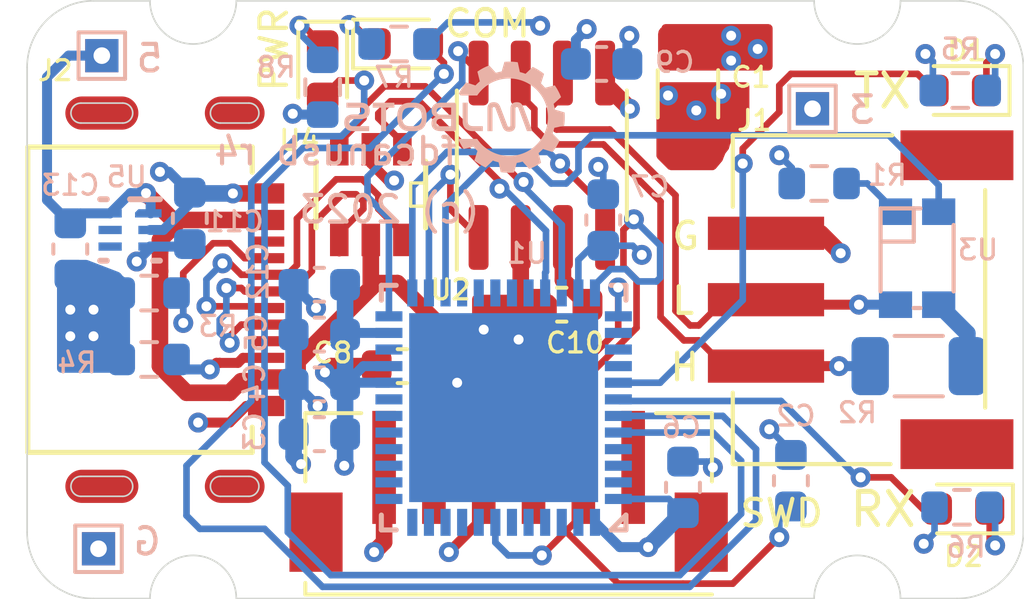
<source format=kicad_pcb>
(kicad_pcb (version 20221018) (generator pcbnew)
  (layers (0 "F.Cu" signal) (1 "In1.Cu" signal) (2 "In2.Cu" signal) (31 "B.Cu" signal) (34 "B.Paste" user) (35 "F.Paste" user) (36 "B.SilkS" user "B.Silkscreen") (37 "F.SilkS" user "F.Silkscreen") (38 "B.Mask" user) (39 "F.Mask" user) (44 "Edge.Cuts" user))
  (net 0 "")
  (net 1 "+3V")
  (net 2 "GND")
  (net 3 "/stm32g4/NRST")
  (net 4 "+5V")
  (net 5 "Net-(D1-K)")
  (net 6 "/LED Debug/LED_CAN_TX")
  (net 7 "Net-(D2-K)")
  (net 8 "/LED Debug/LED_CAN_RX")
  (net 9 "Net-(D3-K)")
  (net 10 "/LED Debug/LED_COM")
  (net 11 "Net-(D4-K)")
  (net 12 "/LED Debug/LED_PWR")
  (net 14 "Net-(J2-CC1)")
  (net 16 "Net-(J2-CC2)")
  (net 17 "Net-(R1-Pad2)")
  (net 18 "Net-(R2-Pad1)")
  (net 20 "/stm32g4/SWDIO")
  (net 21 "/stm32g4/SWCLK")
  (net 40 "/CAN/CAN_STB")
  (net 41 "/CAN/CAN_RX")
  (net 42 "/CAN/CAN_TX")
  (net 43 "/CAN/CAN_TERM")
  (net 49 "/Power Input/USB_F_N")
  (net 50 "/Power Input/USB_F_P")
  (net 59 "/Power Input/USB_N")
  (net 60 "/Power Input/USB_P")
  (net 61 "/CAN/CAN_N")
  (net 62 "/CAN/CAN_P")
  (footprint "Capacitor_SMD:C_1206_3216Metric" (layer "F.Cu") (at 139.9 93.8 -90)
    (fp_text reference "C1")
    (fp_text value "10uF" hide)
  )
  (footprint "LED_SMD:LED_0603_1608Metric" (layer "F.Cu") (at 148.2 106.3 180)
    (fp_text reference "D2")
    (fp_text value "RED" hide)
  )
  (footprint "LED_SMD:LED_0603_1608Metric" (layer "F.Cu") (at 148.1 93.7 180)
    (fp_text reference "D1")
    (fp_text value "GREEN" hide)
  )
  (footprint "fdcanusb:B6B-ZR-SM4-TFLFSN" (layer "F.Cu") (at 134.499999 106.146499 180)
    (fp_text reference "SWD1" hide)
    (fp_text value "B6B-ZR-SM4-TF(LF)(SN)" hide)
  )
  (footprint "fdcanusb:216990-0002_MOL" (layer "F.Cu") (at 123.4 100 -90)
    (fp_text reference "J2")
    (fp_text value "216990-0002" hide)
    (fp_line (start -5.92 -2.42) (end -5.92 -3.28) (stroke (width 0.05)) (layer "Edge.Cuts"))
    (fp_line (start -5.92 1.78) (end -5.92 0.52) (stroke (width 0.05)) (layer "Edge.Cuts"))
    (fp_line (start -5.32 -3.28) (end -5.32 -2.42) (stroke (width 0.05)) (layer "Edge.Cuts"))
    (fp_line (start -5.32 0.52) (end -5.32 1.78) (stroke (width 0.05)) (layer "Edge.Cuts"))
    (fp_line (start 5.32 -2.42) (end 5.32 -3.28) (stroke (width 0.05)) (layer "Edge.Cuts"))
    (fp_line (start 5.32 1.78) (end 5.32 0.52) (stroke (width 0.05)) (layer "Edge.Cuts"))
    (fp_line (start 5.92 -3.28) (end 5.92 -2.42) (stroke (width 0.05)) (layer "Edge.Cuts"))
    (fp_line (start 5.92 0.52) (end 5.92 1.78) (stroke (width 0.05)) (layer "Edge.Cuts"))
    (fp_arc (start -5.92 -3.28) (mid -5.62 -3.58) (end -5.32 -3.28) (stroke (width 0.05)) (layer "Edge.Cuts"))
    (fp_arc (start -5.92 0.52) (mid -5.62 0.22) (end -5.32 0.52) (stroke (width 0.05)) (layer "Edge.Cuts"))
    (fp_arc (start -5.32 -2.42) (mid -5.62 -2.12) (end -5.92 -2.42) (stroke (width 0.05)) (layer "Edge.Cuts"))
    (fp_arc (start -5.32 1.78) (mid -5.62 2.08) (end -5.92 1.78) (stroke (width 0.05)) (layer "Edge.Cuts"))
    (fp_arc (start 5.32 -3.28) (mid 5.62 -3.58) (end 5.92 -3.28) (stroke (width 0.05)) (layer "Edge.Cuts"))
    (fp_arc (start 5.32 0.52) (mid 5.62 0.22) (end 5.92 0.52) (stroke (width 0.05)) (layer "Edge.Cuts"))
    (fp_arc (start 5.92 -2.42) (mid 5.62 -2.12) (end 5.32 -2.42) (stroke (width 0.05)) (layer "Edge.Cuts"))
    (fp_arc (start 5.92 1.78) (mid 5.62 2.08) (end 5.32 1.78) (stroke (width 0.05)) (layer "Edge.Cuts"))
  )
  (footprint "LED_SMD:LED_0603_1608Metric" (layer "F.Cu") (at 128.9 93.1125 -90)
    (fp_text reference "D4" hide)
    (fp_text value "RED" hide)
  )
  (footprint "Capacitor_SMD:C_0603_1608Metric" (layer "F.Cu") (at 136.1 100.15 180)
    (fp_text reference "C10")
    (fp_text value "0.1uF" hide)
  )
  (footprint "LED_SMD:LED_0603_1608Metric" (layer "F.Cu") (at 131.3 92.3)
    (fp_text reference "D3" hide)
    (fp_text value "GREEN" hide)
  )
  (footprint "fdcanusb:JST_S3B-PH-SM4-TB(LF)(SN)" (layer "F.Cu") (at 142.25 100 -90)
    (fp_text reference "J1")
    (fp_text value "Conn_01x03" hide)
  )
  (footprint "Capacitor_SMD:C_0603_1608Metric" (layer "F.Cu") (at 131.3 102)
    (fp_text reference "C8")
    (fp_text value "0.1uF" hide)
  )
  (footprint "fdcanusb:SOIC-8_3.9x4.9mm_P1.27mm" (layer "F.Cu") (at 135.5 95.65 90)
    (fp_text reference "U2")
    (fp_text value "TCAN1057AEVDRQ1" hide)
  )
  (footprint "fdcanusb:SOT23-6L_STM" (layer "F.Cu") (at 130.349999 96.83475 -90)
    (fp_text reference "U4")
    (fp_text value "USBLC6-2SC6" hide)
  )
  (footprint "Capacitor_SMD:C_0603_1608Metric" (layer "B.Cu") (at 121.3 98.475 -90)
    (fp_text reference "C13")
    (fp_text value "1uF" hide)
  )
  (footprint "TestPoint:TestPoint_THTPad_1.0x1.0mm_Drill0.5mm" (layer "B.Cu") (at 143.65 94.25 180)
    (fp_text reference "J4" hide)
    (fp_text value "Conn_01x01" hide)
  )
  (footprint "TestPoint:TestPoint_THTPad_1.0x1.0mm_Drill0.5mm" (layer "B.Cu") (at 122.15 107.5 180)
    (fp_text reference "J3" hide)
    (fp_text value "Conn_01x01" hide)
  )
  (footprint "Resistor_SMD:R_0603_1608Metric" (layer "B.Cu") (at 143.85 96.5)
    (fp_text reference "R1")
    (fp_text value "330" hide)
  )
  (footprint "Capacitor_SMD:C_0603_1608Metric" (layer "B.Cu") (at 128.8 102.55 180)
    (fp_text reference "C4")
    (fp_text value "0.1uF" hide)
  )
  (footprint "Capacitor_SMD:C_0603_1608Metric" (layer "B.Cu") (at 137.3 92.9 180)
    (fp_text reference "C9")
    (fp_text value "0.1uF" hide)
  )
  (footprint "Capacitor_SMD:C_0603_1608Metric" (layer "B.Cu") (at 124.9 97.55 90)
    (fp_text reference "C11")
    (fp_text value "1uF" hide)
  )
  (footprint "Resistor_SMD:R_0603_1608Metric" (layer "B.Cu") (at 148.1 93.7 180)
    (fp_text reference "R5")
    (fp_text value "220" hide)
  )
  (footprint "Capacitor_SMD:C_0603_1608Metric" (layer "B.Cu") (at 139.75 105.65 90)
    (fp_text reference "C6")
    (fp_text value "0.1uF" hide)
  )
  (footprint "fdcanusb:DSE0006A" (layer "B.Cu") (at 123.100001 97.900001 180)
    (fp_text reference "U5")
    (fp_text value "TLV70233DSER" hide)
  )
  (footprint "fdcanusb:TLP3317" (layer "B.Cu") (at 146.8 98.75)
    (fp_text reference "U3")
    (fp_text value "TLP3317" hide)
  )
  (footprint "Capacitor_SMD:C_0603_1608Metric" (layer "B.Cu") (at 128.8 99.55 180)
    (fp_text reference "C12")
    (fp_text value "0.1uF" hide)
  )
  (footprint "Resistor_SMD:R_0603_1608Metric" (layer "B.Cu") (at 131.2 92.3)
    (fp_text reference "R7")
    (fp_text value "220" hide)
  )
  (footprint "Resistor_SMD:R_0603_1608Metric" (layer "B.Cu") (at 128.9 93.6 -90)
    (fp_text reference "R8")
    (fp_text value "220" hide)
  )
  (footprint "Capacitor_SMD:C_0603_1608Metric" (layer "B.Cu") (at 143 105.45 90)
    (fp_text reference "C2")
    (fp_text value "0.1uF" hide)
  )
  (footprint "Capacitor_SMD:C_0603_1608Metric" (layer "B.Cu") (at 128.8 101.05 180)
    (fp_text reference "C5")
    (fp_text value "1uF" hide)
  )
  (footprint "Resistor_SMD:R_0603_1608Metric" (layer "B.Cu") (at 123.675 101.8 180)
    (fp_text reference "R4")
    (fp_text value "5.1k" hide)
  )
  (footprint "TestPoint:TestPoint_THTPad_1.0x1.0mm_Drill0.5mm" (layer "B.Cu") (at 122.25 92.65 180)
    (fp_text reference "J5" hide)
    (fp_text value "Conn_01x01" hide)
  )
  (footprint "Capacitor_SMD:C_0603_1608Metric" (layer "B.Cu") (at 128.8 104.05 180)
    (fp_text reference "C3")
    (fp_text value "4.7uF" hide)
  )
  (footprint "Resistor_SMD:R_0603_1608Metric" (layer "B.Cu") (at 123.675 99.8 180)
    (fp_text reference "R3")
    (fp_text value "5.1k" hide)
  )
  (footprint "Capacitor_SMD:C_0603_1608Metric" (layer "B.Cu") (at 137.35 97.6 90)
    (fp_text reference "C7")
    (fp_text value "0.1uF" hide)
  )
  (footprint "Resistor_SMD:R_0603_1608Metric" (layer "B.Cu") (at 148.15 106.25 180)
    (fp_text reference "R6")
    (fp_text value "220" hide)
  )
  (footprint "fdcanusb:UFQFPN-48_7X7X0P55MM" (layer "B.Cu") (at 134.35 103.25 90)
    (fp_text reference "U1")
    (fp_text value "STM32G474CEU6" hide)
  )
  (footprint "Resistor_SMD:R_1206_3216Metric" (layer "B.Cu") (at 146.85 102 180)
    (fp_text reference "R2")
    (fp_text value "110" hide)
  )
  (gr_poly (pts (xy 131.524744 94.067527) (xy 131.518706 94.067601) (xy 131.512693 94.067725) (xy 131.506717 94.067899) (xy 131.485736 94.06908) (xy 131.465355 94.070988) (xy 131.445577 94.073622) (xy 131.4264 94.076984) (xy 131.407824 94.081073) (xy 131.38985 94.085891) (xy 131.372477 94.091438) (xy 131.355706 94.097714) (xy 131.339537 94.104721) (xy 131.323969 94.112458) (xy 131.309002 94.120927) (xy 131.294637 94.130128) (xy 131.280874 94.140061) (xy 131.267712 94.150727) (xy 131.255151 94.162127) (xy 131.243192 94.174262) (xy 131.231129 94.188036) (xy 131.219845 94.20267) (xy 131.209339 94.218163) (xy 131.199611 94.234516) (xy 131.190661 94.25173) (xy 131.182489 94.269805) (xy 131.175096 94.28874) (xy 131.168481 94.308538) (xy 131.162644 94.329197) (xy 131.157585 94.350719) (xy 131.153305 94.373103) (xy 131.149803 94.39635) (xy 131.147079 94.420461) (xy 131.145133 94.445436) (xy 131.143966 94.471275) (xy 131.143577 94.497979) (xy 131.143966 94.524534) (xy 131.145133 94.550224) (xy 131.147079 94.57505) (xy 131.149803 94.599011) (xy 131.153305 94.622108) (xy 131.157585 94.64434) (xy 131.162644 94.665709) (xy 131.168481 94.686214) (xy 131.175096 94.705855) (xy 131.182489 94.724633) (xy 131.190661 94.742548) (xy 131.199611 94.759601) (xy 131.209339 94.77579) (xy 131.219845 94.791117) (xy 131.231129 94.805581) (xy 131.243192 94.819183) (xy 131.255151 94.831106) (xy 131.267712 94.842319) (xy 131.280874 94.852819) (xy 131.294637 94.862606) (xy 131.309002 94.871679) (xy 131.323969 94.880038) (xy 131.339537 94.88768) (xy 131.355706 94.894606) (xy 131.372478 94.900814) (xy 131.38985 94.906303) (xy 131.407824 94.911073) (xy 131.4264 94.915122) (xy 131.445577 94.918449) (xy 131.465355 94.921053) (xy 131.485736 94.922934) (xy 131.506717 94.924091) (xy 131.512675 94.924264) (xy 131.518657 94.924388) (xy 131.524688 94.924463) (xy 131.530794 94.924487) (xy 131.647476 94.924487) (xy 131.67062 94.924075) (xy 131.693073 94.922838) (xy 131.714835 94.920777) (xy 131.735907 94.917892) (xy 131.756287 94.914182) (xy 131.775977 94.909649) (xy 131.794977 94.904292) (xy 131.813287 94.898112) (xy 131.830907 94.891108) (xy 131.847837 94.883282) (xy 131.864078 94.874633) (xy 131.879629 94.865161) (xy 131.894492 94.854867) (xy 131.908665 94.84375) (xy 131.92215 94.831811) (xy 131.934946 94.819051) (xy 131.947032 94.805449) (xy 131.958337 94.790984) (xy 131.968861 94.775657) (xy 131.978604 94.759468) (xy 131.987567 94.742416) (xy 131.995749 94.724501) (xy 132.003151 94.705723) (xy 132.009773 94.686081) (xy 132.015616 94.665576) (xy 132.020678 94.644208) (xy 132.024962 94.621975) (xy 132.028466 94.598878) (xy 132.031191 94.574917) (xy 132.033137 94.550092) (xy 132.034305 94.524402) (xy 132.034694 94.497847) (xy 132.034692 94.497715) (xy 131.884807 94.497715) (xy 131.884589 94.515797) (xy 131.883933 94.533235) (xy 131.882841 94.550029) (xy 131.881312 94.566178) (xy 131.879346 94.581682) (xy 131.876945 94.596543) (xy 131.874107 94.610761) (xy 131.870834 94.624334) (xy 131.867125 94.637265) (xy 131.86298 94.649552) (xy 131.858401 94.661196) (xy 131.853386 94.672197) (xy 131.847936 94.682556) (xy 131.842052 94.692272) (xy 131.835733 94.701346) (xy 131.82898 94.709778) (xy 131.821737 94.717612) (xy 131.813948 94.72494) (xy 131.805613 94.731763) (xy 131.796732 94.73808) (xy 131.787304 94.743892) (xy 131.77733 94.749199) (xy 131.766808 94.754) (xy 131.75574 94.758296) (xy 131.744124 94.762087) (xy 131.731961 94.765372) (xy 131.719251 94.768151) (xy 131.705992 94.770426) (xy 131.692186 94.772195) (xy 131.677831 94.773458) (xy 131.662928 94.774216) (xy 131.647476 94.774469) (xy 131.530794 94.774469) (xy 131.52467 94.774419) (xy 131.518607 94.77427) (xy 131.512619 94.774022) (xy 131.506717 94.773675) (xy 131.493833 94.772748) (xy 131.481372 94.771406) (xy 131.469336 94.769648) (xy 131.457722 94.767476) (xy 131.446531 94.764889) (xy 131.435761 94.761887) (xy 131.425413 94.758471) (xy 131.415486 94.754642) (xy 131.405978 94.750398) (xy 131.396891 94.74574) (xy 131.388222 94.740669) (xy 131.379972 94.735184) (xy 131.372139 94.729287) (xy 131.364724 94.722976) (xy 131.357725 94.716253) (xy 131.351142 94.709117) (xy 131.351143 94.709117) (xy 131.344295 94.700634) (xy 131.337891 94.691506) (xy 131.331929 94.681735) (xy 131.326411 94.67132) (xy 131.321334 94.660263) (xy 131.316701 94.648564) (xy 131.312509 94.636224) (xy 131.30876 94.623243) (xy 131.305452 94.609621) (xy 131.302586 94.59536) (xy 131.300162 94.58046) (xy 131.298179 94.564921) (xy 131.296637 94.548744) (xy 131.295535 94.53193) (xy 131.294875 94.514479) (xy 131.294654 94.496392) (xy 131.294873 94.478304) (xy 131.295528 94.460853) (xy 131.296621 94.444036) (xy 131.29815 94.427854) (xy 131.300115 94.412308) (xy 131.302517 94.397395) (xy 131.305354 94.383118) (xy 131.308628 94.369474) (xy 131.312337 94.356465) (xy 131.316481 94.34409) (xy 131.321061 94.332348) (xy 131.326076 94.32124) (xy 131.331525 94.310765) (xy 131.33741 94.300923) (xy 131.343728 94.291714) (xy 131.350481 94.283138) (xy 131.356974 94.275929) (xy 131.363901 94.269136) (xy 131.371262 94.262759) (xy 131.379058 94.256799) (xy 131.387289 94.251256) (xy 131.395955 94.246131) (xy 131.405056 94.241423) (xy 131.414593 94.237133) (xy 131.424565 94.233262) (xy 131.434973 94.22981) (xy 131.445818 94.226777) (xy 131.457098 94.224164) (xy 131.468815 94.221972) (xy 131.480968 94.220199) (xy 131.493558 94.218848) (xy 131.506585 94.217918) (xy 131.512487 94.21757) (xy 131.518475 94.217322) (xy 131.524538 94.217174) (xy 131.530662 94.217124) (xy 131.647344 94.217124) (xy 131.662631 94.217383) (xy 131.677388 94.218159) (xy 131.691615 94.219452) (xy 131.705312 94.221262) (xy 131.718479 94.223588) (xy 131.731115 94.22643) (xy 131.743222 94.229788) (xy 131.754798 94.23366) (xy 131.765843 94.238048) (xy 131.776359 94.242949) (xy 131.786345 94.248365) (xy 131.7958 94.254294) (xy 131.804725 94.260736) (xy 131.81312 94.267691) (xy 131.820984 94.275158) (xy 131.828319 94.283138) (xy 131.835166 94.29172) (xy 131.841571 94.300947) (xy 131.847532 94.310819) (xy 131.853051 94.321335) (xy 131.858127 94.332495) (xy 131.862761 94.344299) (xy 131.866952 94.356747) (xy 131.870701 94.369838) (xy 131.874009 94.383573) (xy 131.876875 94.397951) (xy 131.8793 94.412972) (xy 131.881283 94.428636) (xy 131.882825 94.444942) (xy 131.883926 94.461891) (xy 131.884587 94.479482) (xy 131.884807 94.497715) (xy 132.034692 94.497715) (xy 132.034305 94.471142) (xy 132.033137 94.445298) (xy 132.031191 94.420318) (xy 132.028466 94.396199) (xy 132.024962 94.372944) (xy 132.020678 94.350551) (xy 132.015616 94.329022) (xy 132.009773 94.308356) (xy 132.003151 94.288553) (xy 131.995749 94.269614) (xy 131.987567 94.251539) (xy 131.978604 94.234328) (xy 131.968861 94.217982) (xy 131.958337 94.202499) (xy 131.947032 94.187882) (xy 131.934946 94.174129) (xy 131.92215 94.161203) (xy 131.908665 94.149113) (xy 131.894492 94.13786) (xy 131.879629 94.127443) (xy 131.864078 94.117861) (xy 131.847837 94.109115) (xy 131.830907 94.101203) (xy 131.813287 94.094126) (xy 131.794977 94.087883) (xy 131.775977 94.082473) (xy 131.756287 94.077897) (xy 131.735907 94.074154) (xy 131.714835 94.071243) (xy 131.693073 94.069165) (xy 131.67062 94.067918) (xy 131.647476 94.067502) (xy 131.530794 94.067502)) (fill solid) (layer "B.SilkS"))
  (gr_poly (pts (xy 134.7331 94.052356) (xy 134.721752 94.052957) (xy 134.710776 94.053957) (xy 134.700172 94.055358) (xy 134.68994 94.05716) (xy 134.68008 94.059363) (xy 134.670592 94.061967) (xy 134.661477 94.064972) (xy 134.652733 94.068379) (xy 134.644361 94.072188) (xy 134.636362 94.076398) (xy 134.628734 94.08101) (xy 134.621479 94.086025) (xy 134.614596 94.091443) (xy 134.608085 94.097263) (xy 134.601945 94.103486) (xy 134.596178 94.110037) (xy 134.590783 94.116843) (xy 134.58576 94.123902) (xy 134.581109 94.131215) (xy 134.576831 94.138782) (xy 134.572924 94.146602) (xy 134.569389 94.154674) (xy 134.566227 94.163) (xy 134.563436 94.171579) (xy 134.561018 94.18041) (xy 134.558971 94.189493) (xy 134.557297 94.198829) (xy 134.555995 94.208416) (xy 134.555064 94.218255) (xy 134.554506 94.228346) (xy 134.55432 94.238688) (xy 134.55432 94.745232) (xy 134.554272 94.747904) (xy 134.554129 94.75051) (xy 134.553889 94.75305) (xy 134.553555 94.755526) (xy 134.553127 94.757937) (xy 134.552604 94.760283) (xy 134.551988 94.762563) (xy 134.551278 94.764778) (xy 134.550475 94.766929) (xy 134.549579 94.769014) (xy 134.548591 94.771034) (xy 134.547511 94.772989) (xy 134.54634 94.774879) (xy 134.545078 94.776703) (xy 134.543725 94.778463) (xy 134.542282 94.780157) (xy 134.540764 94.781768) (xy 134.539188 94.783276) (xy 134.537553 94.784682) (xy 134.535861 94.785984) (xy 134.534112 94.787184) (xy 134.532306 94.78828) (xy 134.530443 94.789273) (xy 134.528523 94.790162) (xy 134.526548 94.790947) (xy 134.524518 94.791628) (xy 134.522432 94.792205) (xy 134.520292 94.792678) (xy 134.518098 94.793045) (xy 134.51585 94.793308) (xy 134.513548 94.793466) (xy 134.511193 94.793519) (xy 134.506841 94.793381) (xy 134.504732 94.793208) (xy 134.502667 94.792966) (xy 134.500646 94.792655) (xy 134.498669 94.792275) (xy 134.496737 94.791826) (xy 134.494849 94.791307) (xy 134.493005 94.790719) (xy 134.491206 94.790061) (xy 134.489451 94.789334) (xy 134.487741 94.788538) (xy 134.486075 94.787672) (xy 134.484454 94.786736) (xy 134.482877 94.78573) (xy 134.481345 94.784655) (xy 134.479857 94.78351) (xy 134.478414 94.782296) (xy 134.477016 94.781011) (xy 134.475662 94.779657) (xy 134.474353 94.778232) (xy 134.473088 94.776738) (xy 134.471868 94.775173) (xy 134.470693 94.773539) (xy 134.469563 94.771834) (xy 134.468478 94.770059) (xy 134.467437 94.768214) (xy 134.466441 94.766298) (xy 134.464584 94.762256) (xy 134.462907 94.757932) (xy 134.254812 94.210906) (xy 134.251559 94.201825) (xy 134.248152 94.192985) (xy 134.24459 94.184388) (xy 134.240874 94.176033) (xy 134.237003 94.167921) (xy 134.232978 94.160051) (xy 134.2288 94.152425) (xy 134.224468 94.145042) (xy 134.219982 94.137902) (xy 134.215343 94.131006) (xy 134.210551 94.124353) (xy 134.205606 94.117945) (xy 134.200508 94.11178) (xy 134.195258 94.10586) (xy 134.189855 94.100185) (xy 134.184301 94.094754) (xy 134.178509 94.089612) (xy 134.172394 94.084801) (xy 134.165957 94.080323) (xy 134.159198 94.076176) (xy 134.152116 94.07236) (xy 134.144712 94.068877) (xy 134.136986 94.065725) (xy 134.128936 94.062905) (xy 134.120565 94.060417) (xy 134.111871 94.05826) (xy 134.102854 94.056436) (xy 134.093515 94.054943) (xy 134.083854 94.053782) (xy 134.07387 94.052952) (xy 134.063564 94.052455) (xy 134.052935 94.052289) (xy 134.041238 94.052489) (xy 134.02991 94.053089) (xy 134.018952 94.054089) (xy 134.008363 94.05549) (xy 133.998144 94.057292) (xy 133.988295 94.059495) (xy 133.978816 94.062099) (xy 133.969707 94.065104) (xy 133.960969 94.068511) (xy 133.952601 94.07232) (xy 133.944605 94.07653) (xy 133.936979 94.081143) (xy 133.929725 94.086157) (xy 133.922842 94.091575) (xy 133.916331 94.097395) (xy 133.910192 94.103618) (xy 133.904425 94.110169) (xy 133.89903 94.116975) (xy 133.894007 94.124034) (xy 133.889356 94.131347) (xy 133.885077 94.138914) (xy 133.881171 94.146734) (xy 133.877636 94.154807) (xy 133.874473 94.163132) (xy 133.871683 94.171711) (xy 133.869264 94.180542) (xy 133.867218 94.189625) (xy 133.865544 94.198961) (xy 133.864241 94.208548) (xy 133.863311 94.218387) (xy 133.862753 94.228478) (xy 133.862567 94.23882) (xy 133.862567 94.924488) (xy 134.013644 94.924488) (xy 134.013644 94.246625) (xy 134.013691 94.243788) (xy 134.01383 94.241031) (xy 134.014064 94.238352) (xy 134.01439 94.235752) (xy 134.014811 94.23323) (xy 134.015325 94.230784) (xy 134.015934 94.228415) (xy 134.016637 94.22612) (xy 134.017435 94.2239) (xy 134.018327 94.221753) (xy 134.019315 94.21968) (xy 134.020397 94.217678) (xy 134.021575 94.215748) (xy 134.022849 94.213888) (xy 134.024218 94.212098) (xy 134.025683 94.210377) (xy 134.027222 94.208767) (xy 134.028815 94.207258) (xy 134.03046 94.205853) (xy 134.032159 94.20455) (xy 134.033911 94.203351) (xy 134.035717 94.202254) (xy 134.037577 94.201262) (xy 134.039491 94.200373) (xy 134.041459 94.199587) (xy 134.043481 94.198906) (xy 134.045559 94.198329) (xy 134.047691 94.197857) (xy 134.049878 94.197489) (xy 134.05212 94.197226) (xy 134.054418 94.197068) (xy 134.056771 94.197016) (xy 134.058813 94.197056) (xy 134.060821 94.197177) (xy 134.062794 94.197378) (xy 134.064734 94.197659) (xy 134.066639 94.198019) (xy 134.06851 94.19846) (xy 134.070347 94.19898) (xy 134.07215 94.199579) (xy 134.073919 94.200257) (xy 134.075654 94.201014) (xy 134.077355 94.20185) (xy 134.079021 94.202764) (xy 134.080654 94.203757) (xy 134.082252 94.204827) (xy 134.083816 94.205976) (xy 134.085346 94.207202) (xy 134.086836 94.208492) (xy 134.08828 94.209832) (xy 134.089677 94.211221) (xy 134.091029 94.212659) (xy 134.092334 94.214148) (xy 134.093595 94.215686) (xy 134.09481 94.217273) (xy 134.095979 94.21891) (xy 134.097104 94.220597) (xy 134.098184 94.222333) (xy 134.099219 94.224119) (xy 134.100211 94.225955) (xy 134.101157 94.22784) (xy 134.10206 94.229775) (xy 134.102919 94.231759) (xy 134.103735 94.233793) (xy 134.311962 94.780819) (xy 134.315216 94.789924) (xy 134.318628 94.798784) (xy 134.322199 94.807399) (xy 134.325927 94.815769) (xy 134.329814 94.823894) (xy 134.333858 94.831774) (xy 134.338061 94.839409) (xy 134.342422 94.846799) (xy 134.346941 94.853945) (xy 134.351619 94.860845) (xy 134.356454 94.8675) (xy 134.361447 94.873911) (xy 134.366599 94.880076) (xy 134.371909 94.885997) (xy 134.377377 94.891672) (xy 134.383003 94.897103) (xy 134.388866 94.902245) (xy 134.395046 94.907056) (xy 134.401543 94.911535) (xy 134.408357 94.915682) (xy 134.415489 94.919497) (xy 134.42294 94.922981) (xy 134.430709 94.926132) (xy 134.438797 94.928952) (xy 134.447204 94.931441) (xy 134.455931 94.933597) (xy 134.464978 94.935422) (xy 134.474346 94.936915) (xy 134.484034 94.938076) (xy 134.494044 94.938905) (xy 134.504376 94.939403) (xy 134.51503 94.939569) (xy 134.526725 94.939367) (xy 134.538048 94.938763) (xy 134.548997 94.937756) (xy 134.559573 94.936346) (xy 134.569774 94.934534) (xy 134.5796 94.93232) (xy 134.589051 94.929705) (xy 134.598125 94.926687) (xy 134.606823 94.923268) (xy 134.615144 94.919447) (xy 134.623086 94.915226) (xy 134.63065 94.910603) (xy 134.637836 94.90558) (xy 134.644641 94.900156) (xy 134.651066 94.894332) (xy 134.657111 94.888107) (xy 134.662783 94.881553) (xy 134.668093 94.874737) (xy 134.673038 94.86766) (xy 134.67762 94.860322) (xy 134.681838 94.852722) (xy 134.685691 94.844859) (xy 134.689178 94.836733) (xy 134.692301 94.828345) (xy 134.695057 94.819692) (xy 134.697447 94.810776) (xy 134.699471 94.801596) (xy 134.701127 94.79215) (xy 134.702416 94.78244) (xy 134.703337 94.772464) (xy 134.70389 94.762223) (xy 134.704075 94.751715) (xy 134.704075 94.246493) (xy 134.704124 94.243656) (xy 134.704273 94.240898) (xy 134.704521 94.23822) (xy 134.704868 94.23562) (xy 134.705315 94.233098) (xy 134.705861 94.230652) (xy 134.706505 94.228282) (xy 134.70725 94.225988) (xy 134.708093 94.223768) (xy 134.709036 94.221621) (xy 134.710077 94.219547) (xy 134.711218 94.217546) (xy 134.712459 94.215616) (xy 134.713798 94.213756) (xy 134.715237 94.211966) (xy 134.716775 94.210245) (xy 134.718387 94.208634) (xy 134.720049 94.207126) (xy 134.72176 94.205721) (xy 134.723522 94.204418) (xy 134.725332 94.203218) (xy 134.727193 94.202122) (xy 134.729103 94.20113) (xy 134.731062 94.20024) (xy 134.733071 94.199455) (xy 134.73513 94.198774) (xy 134.737238 94.198197) (xy 134.739396 94.197725) (xy 134.741604 94.197357) (xy 134.743861 94.197094) (xy 134.746168 94.196936) (xy 134.748525 94.196884) (xy 134.750732 94.196924) (xy 134.75289 94.197045) (xy 134.754998 94.197245) (xy 134.757055 94.197526) (xy 134.759063 94.197887) (xy 134.761019 94.198328) (xy 134.762925 94.198848) (xy 134.76478 94.199447) (xy 134.766584 94.200125) (xy 134.768336 94.200882) (xy 134.770037 94.201718) (xy 134.771686 94.202632) (xy 134.773283 94.203625) (xy 134.774828 94.204695) (xy 134.776321 94.205844) (xy 134.777761 94.20707) (xy 134.77918 94.20836) (xy 134.780558 94.209699) (xy 134.781896 94.211088) (xy 134.783193 94.212527) (xy 134.784451 94.214015) (xy 134.785668 94.215553) (xy 134.786844 94.217141) (xy 134.787981 94.218778) (xy 134.789077 94.220464) (xy 134.790132 94.222201) (xy 134.791148 94.223987) (xy 134.792123 94.225822) (xy 134.793058 94.227707) (xy 134.793952 94.229642) (xy 134.794807 94.231627) (xy 134.79562 94.233661) (xy 135.052002 94.924223) (xy 135.211942 94.924223) (xy 134.946565 94.210774) (xy 134.943336 94.201692) (xy 134.939949 94.192853) (xy 134.936405 94.184256) (xy 134.932703 94.175901) (xy 134.928846 94.167788) (xy 134.924832 94.159919) (xy 134.920662 94.152293) (xy 134.916337 94.144909) (xy 134.911856 94.13777) (xy 134.907221 94.130873) (xy 134.902432 94.124221) (xy 134.897489 94.117812) (xy 134.892393 94.111648) (xy 134.887143 94.105728) (xy 134.881741 94.100053) (xy 134.876186 94.094622) (xy 134.870394 94.08948) (xy 134.86428 94.084669) (xy 134.857843 94.08019) (xy 134.851084 94.076043) (xy 134.844002 94.072228) (xy 134.836598 94.068745) (xy 134.828871 94.065593) (xy 134.820822 94.062773) (xy 134.81245 94.060285) (xy 134.803756 94.058128) (xy 134.79474 94.056303) (xy 134.785401 94.054811) (xy 134.775739 94.053649) (xy 134.765755 94.05282) (xy 134.755449 94.052322) (xy 134.74482 94.052156)) (fill solid) (layer "B.SilkS"))
  (gr_poly (pts (xy 129.615211 94.217257) (xy 130.054419 94.217257) (xy 130.061589 94.217368) (xy 130.068514 94.217703) (xy 130.075193 94.218261) (xy 130.081626 94.219042) (xy 130.087812 94.220047) (xy 130.093752 94.221275) (xy 130.099444 94.222726) (xy 130.104889 94.2244) (xy 130.110085 94.226298) (xy 130.115033 94.228419) (xy 130.119733 94.230763) (xy 130.124183 94.23333) (xy 130.128383 94.23612) (xy 130.132334 94.239134) (xy 130.136034 94.242371) (xy 130.139483 94.245831) (xy 130.142703 94.249465) (xy 130.145715 94.253223) (xy 130.14852 94.257105) (xy 130.151116 94.261111) (xy 130.153506 94.265241) (xy 130.155687 94.269495) (xy 130.15766 94.273873) (xy 130.159426 94.278375) (xy 130.160984 94.283001) (xy 130.162334 94.287751) (xy 130.163477 94.292625) (xy 130.164412 94.297624) (xy 130.165139 94.302746) (xy 130.165658 94.307992) (xy 130.16597 94.313362) (xy 130.166074 94.318856) (xy 130.165987 94.323607) (xy 130.165725 94.328334) (xy 130.165286 94.333039) (xy 130.164668 94.337725) (xy 130.163871 94.342391) (xy 130.162893 94.347041) (xy 130.161731 94.351675) (xy 130.160385 94.356295) (xy 130.159632 94.358588) (xy 130.15881 94.360852) (xy 130.15792 94.363088) (xy 130.156962 94.365295) (xy 130.155936 94.367472) (xy 130.154841 94.36962) (xy 130.153679 94.371737) (xy 130.152448 94.373824) (xy 130.151149 94.375879) (xy 130.149781 94.377904) (xy 130.148346 94.379896) (xy 130.146842 94.381856) (xy 130.14527 94.383784) (xy 130.14363 94.385679) (xy 130.141921 94.38754) (xy 130.140145 94.389368) (xy 130.138272 94.391177) (xy 130.136325 94.392934) (xy 130.134304 94.394639) (xy 130.132209 94.396292) (xy 130.130041 94.397895) (xy 130.127799 94.399446) (xy 130.125484 94.400947) (xy 130.123096 94.402399) (xy 130.120635 94.4038) (xy 130.118101 94.405152) (xy 130.115495 94.406456) (xy 130.112816 94.407711) (xy 130.110066 94.408918) (xy 130.107243 94.410077) (xy 130.104349 94.411189) (xy 130.101383 94.412254) (xy 130.095158 94.414164) (xy 130.088487 94.415824) (xy 130.081373 94.417233) (xy 130.073817 94.418389) (xy 130.065821 94.419291) (xy 130.057386 94.419937) (xy 130.048514 94.420326) (xy 130.039206 94.420456) (xy 129.838652 94.420456) (xy 129.827814 94.420543) (xy 129.817226 94.420804) (xy 129.80689 94.421238) (xy 129.796804 94.421845) (xy 129.786969 94.422627) (xy 129.777383 94.423582) (xy 129.768048 94.42471) (xy 129.758963 94.426013) (xy 129.750127 94.427488) (xy 129.74154 94.429138) (xy 129.733203 94.430961) (xy 129.725115 94.432958) (xy 129.717275 94.435128) (xy 129.709684 94.437472) (xy 129.702342 94.43999) (xy 129.695248 94.442681) (xy 129.688368 94.445511) (xy 129.681668 94.448442) (xy 129.675148 94.451477) (xy 129.66881 94.454614) (xy 129.662653 94.457855) (xy 129.656678 94.461199) (xy 129.650885 94.464646) (xy 129.645274 94.468197) (xy 129.639847 94.471852) (xy 129.634603 94.475611) (xy 129.629542 94.479474) (xy 129.624666 94.483442) (xy 129.619974 94.487514) (xy 129.615467 94.491691) (xy 129.611145 94.495973) (xy 129.607009 94.50036) (xy 129.603045 94.504839) (xy 129.599239 94.509396) (xy 129.595591 94.514031) (xy 129.592102 94.518745) (xy 129.58877 94.523538) (xy 129.585597 94.52841) (xy 129.582581 94.533362) (xy 129.579724 94.538394) (xy 129.577025 94.543507) (xy 129.574484 94.548701) (xy 129.572101 94.553976) (xy 129.569876 94.559334) (xy 129.56781 94.564773) (xy 129.565901 94.570295) (xy 129.564151 94.575899) (xy 129.562559 94.581587) (xy 129.562559 94.581588) (xy 129.562558 94.581588) (xy 129.562557 94.581588) (xy 129.559723 94.592999) (xy 129.557271 94.604412) (xy 129.555201 94.615832) (xy 129.553511 94.627262) (xy 129.5522 94.638703) (xy 129.551265 94.65016) (xy 129.550705 94.661636) (xy 129.550518 94.673134) (xy 129.55076 94.686634) (xy 129.551482 94.699852) (xy 129.552681 94.712792) (xy 129.554355 94.725455) (xy 129.5565 94.737846) (xy 129.557749 94.743939) (xy 129.559114 94.749966) (xy 129.560595 94.755926) (xy 129.562192 94.76182) (xy 129.563905 94.767648) (xy 129.565733 94.773411) (xy 129.567712 94.779069) (xy 129.569831 94.784635) (xy 129.57209 94.790107) (xy 129.574487 94.795487) (xy 129.577023 94.800774) (xy 129.579697 94.805967) (xy 129.58251 94.811067) (xy 129.585461 94.816075) (xy 129.58855 94.820989) (xy 129.591777 94.825811) (xy 129.595141 94.830539) (xy 129.598643 94.835175) (xy 129.602282 94.839717) (xy 129.606057 94.844166) (xy 129.60997 94.848523) (xy 129.614019 94.852786) (xy 129.61821 94.856922) (xy 129.622546 94.860946) (xy 129.627027 94.864859) (xy 129.631654 94.868659) (xy 129.636425 94.872346) (xy 129.641341 94.875922) (xy 129.646402 94.879384) (xy 129.651607 94.882733) (xy 129.656956 94.885969) (xy 129.662449 94.889092) (xy 129.668086 94.892102) (xy 129.673867 94.894997) (xy 129.679791 94.897779) (xy 129.685858 94.900446) (xy 129.692069 94.902999) (xy 129.698422 94.905438) (xy 129.704933 94.907745) (xy 129.711618 94.909903) (xy 129.718476 94.911912) (xy 129.725508 94.913772) (xy 129.732714 94.915484) (xy 129.740094 94.917046) (xy 129.755373 94.919725) (xy 129.771347 94.921809) (xy 129.788016 94.923297) (xy 129.805379 94.92419) (xy 129.823437 94.924488) (xy 130.300745 94.924488) (xy 130.300745 94.774601) (xy 129.81841 94.774601) (xy 129.810899 94.774484) (xy 129.803645 94.774131) (xy 129.796647 94.773543) (xy 129.789905 94.77272) (xy 129.78342 94.771664) (xy 129.77719 94.770374) (xy 129.771214 94.76885) (xy 129.765494 94.767094) (xy 129.760027 94.765105) (xy 129.754815 94.762884) (xy 129.749856 94.760431) (xy 129.74515 94.757747) (xy 129.740696 94.754831) (xy 129.736495 94.751686) (xy 129.732546 94.748309) (xy 129.728849 94.744703) (xy 129.725388 94.740916) (xy 129.722151 94.736995) (xy 129.719138 94.732941) (xy 129.716347 94.728752) (xy 129.71378 94.724429) (xy 129.711436 94.719972) (xy 129.709315 94.715381) (xy 129.707417 94.710655) (xy 129.705743 94.705794) (xy 129.704292 94.700798) (xy 129.703064 94.695667) (xy 129.702059 94.6904) (xy 129.701278 94.684997) (xy 129.70072 94.679459) (xy 129.700385 94.673785) (xy 129.700273 94.667974) (xy 129.700373 94.662877) (xy 129.70067 94.657804) (xy 129.701167 94.652757) (xy 129.701861 94.647734) (xy 129.702754 94.642736) (xy 129.703846 94.637762) (xy 129.705136 94.632814) (xy 129.706624 94.62789) (xy 129.707453 94.625454) (xy 129.708354 94.623059) (xy 129.709324 94.620704) (xy 129.710365 94.618388) (xy 129.711476 94.616112) (xy 129.712656 94.613875) (xy 129.713905 94.611677) (xy 129.715223 94.609518) (xy 129.716609 94.607398) (xy 129.718062 94.605316) (xy 129.719584 94.603273) (xy 129.721172 94.601268) (xy 129.722827 94.599301) (xy 129.724548 94.597372) (xy 129.726335 94.595481) (xy 129.728188 94.593626) (xy 129.73014 94.591837) (xy 129.732175 94.590092) (xy 129.734294 94.58839) (xy 129.736497 94.586731) (xy 129.738784 94.585115) (xy 129.741154 94.583543) (xy 129.743608 94.582015) (xy 129.746146 94.58053) (xy 129.748767 94.579088) (xy 129.751473 94.577689) (xy 129.754262 94.576334) (xy 129.757134 94.575023) (xy 129.760091 94.573755) (xy 129.763131 94.57253) (xy 129.766255 94.571349) (xy 129.769462 94.570211) (xy 129.772764 94.56913) (xy 129.776172 94.568121) (xy 129.783301 94.566314) (xy 129.790849 94.56479) (xy 129.798814 94.563547) (xy 129.807195 94.562582) (xy 129.81599 94.561895) (xy 129.825197 94.561484) (xy 129.834815 94.561347) (xy 130.034178 94.561347) (xy 130.044844 94.561264) (xy 130.055262 94.561012) (xy 130.065432 94.560593) (xy 130.075354 94.560006) (xy 130.085028 94.55925) (xy 130.094454 94.558327) (xy 130.103631 94.557234) (xy 130.112561 94.555973) (xy 130.121243 94.554543) (xy 130.129676 94.552943) (xy 130.137862 94.551175) (xy 130.145799 94.549236) (xy 130.153489 94.547128) (xy 130.16093 94.54485) (xy 130.168123 94.542402) (xy 130.175069 94.539784) (xy 130.181798 94.537026) (xy 130.188345 94.534159) (xy 130.194709 94.531184) (xy 130.20089 94.528101) (xy 130.206888 94.524909) (xy 130.212704 94.521608) (xy 130.218336 94.518199) (xy 130.223785 94.514681) (xy 130.229052 94.511055) (xy 130.234135 94.50732) (xy 130.239036 94.503477) (xy 130.243753 94.499526) (xy 130.248288 94.495465) (xy 130.252639 94.491297) (xy 130.256808 94.487019) (xy 130.260794 94.482634) (xy 130.264591 94.478158) (xy 130.268241 94.473611) (xy 130.271746 94.468993) (xy 130.275104 94.464305) (xy 130.278316 94.459546) (xy 130.281381 94.454717) (xy 130.284299 94.449817) (xy 130.28707 94.444848) (xy 130.289694 94.439809) (xy 130.292171 94.4347) (xy 130.294499 94.429522) (xy 130.29668 94.424274) (xy 130.298713 94.418958) (xy 130.300597 94.413573) (xy 130.302334 94.408119) (xy 130.303921 94.402597) (xy 130.306755 94.391485) (xy 130.309207 94.380372) (xy 130.311276 94.36926) (xy 130.312966 94.358147) (xy 130.314278 94.347035) (xy 130.315213 94.335922) (xy 130.315773 94.32481) (xy 130.315959 94.313697) (xy 130.315725 94.300482) (xy 130.315023 94.287528) (xy 130.31386 94.274834) (xy 130.312239 94.262401) (xy 130.310166 94.250228) (xy 130.307644 94.238316) (xy 130.304679 94.226664) (xy 130.301276 94.215272) (xy 130.299372 94.209689) (xy 130.297331 94.204203) (xy 130.295154 94.198811) (xy 130.29284 94.193514) (xy 130.290388 94.188312) (xy 130.2878 94.183204) (xy 130.285073 94.17819) (xy 130.282209 94.173269) (xy 130.279207 94.168442) (xy 130.276067 94.163707) (xy 130.272788 94.159064) (xy 130.269371 94.154513) (xy 130.265815 94.150053) (xy 130.26212 94.145685) (xy 130.258285 94.141407) (xy 130.254312 94.13722) (xy 130.250174 94.13316) (xy 130.245896 94.129214) (xy 130.241478 94.125383) (xy 130.23692 94.121665) (xy 130.23222 94.118062) (xy 130.227379 94.114573) (xy 130.222396 94.111197) (xy 130.21727 94.107934) (xy 130.212002 94.104784) (xy 130.206591 94.101748) (xy 130.201037 94.098824) (xy 130.195339 94.096013) (xy 130.189496 94.093315) (xy 130.18351 94.090728) (xy 130.177378 94.088254) (xy 130.171101 94.085891) (xy 130.164671 94.083679) (xy 130.158084 94.081606) (xy 130.151339 94.079674) (xy 130.144436 94.077883) (xy 130.130154 94.074724) (xy 130.11524 94.072133) (xy 130.099694 94.070111) (xy 130.083515 94.068664) (xy 130.066704 94.067793) (xy 130.04926 94.067502) (xy 129.615211 94.067502)) (fill solid) (layer "B.SilkS"))
  (gr_poly (pts (xy 134.475315 92.83114) (xy 134.42449 92.833323) (xy 134.373477 92.837058) (xy 134.290266 93.127173) (xy 134.267627 93.130993) (xy 134.256277 93.132959) (xy 134.24489 93.135111) (xy 134.228512 93.138483) (xy 134.21222 93.14205) (xy 134.196012 93.145805) (xy 134.179885 93.149745) (xy 134.163839 93.153865) (xy 134.147873 93.15816) (xy 134.131983 93.162626) (xy 134.11617 93.167257) (xy 133.914028 92.943552) (xy 133.866748 92.96263) (xy 133.820271 92.983037) (xy 133.774618 93.004753) (xy 133.729812 93.027756) (xy 133.685874 93.052024) (xy 133.642826 93.077535) (xy 133.60069 93.104268) (xy 133.559487 93.1322) (xy 133.632379 93.424829) (xy 133.615152 93.439247) (xy 133.598192 93.453923) (xy 133.581497 93.468857) (xy 133.56506 93.484046) (xy 133.548877 93.49949) (xy 133.532944 93.515187) (xy 133.517256 93.531134) (xy 133.501808 93.547332) (xy 133.214735 93.454595) (xy 133.183782 93.494334) (xy 133.15404 93.53495) (xy 133.125529 93.576415) (xy 133.098268 93.618703) (xy 133.07228 93.661784) (xy 133.047582 93.705631) (xy 133.024196 93.750216) (xy 133.002142 93.795511) (xy 133.055588 93.850809) (xy 133.552608 93.850809) (xy 133.584768 93.805593) (xy 133.619052 93.761928) (xy 133.655402 93.719898) (xy 133.693763 93.679588) (xy 133.734076 93.641081) (xy 133.776287 93.604463) (xy 133.820338 93.569817) (xy 133.866172 93.537228) (xy 133.913733 93.506779) (xy 133.962965 93.478556) (xy 134.013811 93.452642) (xy 134.066213 93.429123) (xy 134.120117 93.408081) (xy 134.175465 93.389602) (xy 134.2322 93.373769) (xy 134.290266 93.360668) (xy 134.349397 93.350433) (xy 134.408339 93.343278) (xy 134.467007 93.339145) (xy 134.525313 93.337979) (xy 134.583173 93.33972) (xy 134.6405 93.344312) (xy 134.697207 93.351697) (xy 134.753208 93.361817) (xy 134.808418 93.374616) (xy 134.862749 93.390035) (xy 134.916117 93.408017) (xy 134.968434 93.428506) (xy 135.019614 93.451442) (xy 135.069572 93.476769) (xy 135.118221 93.50443) (xy 135.165474 93.534367) (xy 135.211247 93.566522) (xy 135.255452 93.600838) (xy 135.298003 93.637258) (xy 135.338814 93.675724) (xy 135.3778 93.716178) (xy 135.414873 93.758564) (xy 135.449947 93.802823) (xy 135.482937 93.848899) (xy 135.513756 93.896733) (xy 135.542319 93.946269) (xy 135.568538 93.997448) (xy 135.592327 94.050214) (xy 135.613602 94.104509) (xy 135.632274 94.160276) (xy 135.648259 94.217457) (xy 135.661469 94.275994) (xy 135.671704 94.335125) (xy 135.678859 94.394067) (xy 135.682991 94.452735) (xy 135.684158 94.511042) (xy 135.682416 94.568901) (xy 135.677824 94.626228) (xy 135.670439 94.682935) (xy 135.660318 94.738936) (xy 135.647518 94.794146) (xy 135.632098 94.848477) (xy 135.614114 94.901845) (xy 135.593624 94.954162) (xy 135.570686 95.005342) (xy 135.545356 95.0553) (xy 135.517693 95.103949) (xy 135.487754 95.151202) (xy 135.455595 95.196975) (xy 135.421275 95.24118) (xy 135.384851 95.283731) (xy 135.346381 95.324542) (xy 135.305922 95.363527) (xy 135.26353 95.4006) (xy 135.219265 95.435675) (xy 135.173183 95.468665) (xy 135.125341 95.499484) (xy 135.075797 95.528047) (xy 135.024609 95.554266) (xy 134.971834 95.578055) (xy 134.917529 95.599329) (xy 134.861752 95.618002) (xy 134.80456 95.633986) (xy 134.746011 95.647197) (xy 134.701583 95.655195) (xy 134.657251 95.661446) (xy 134.613049 95.665973) (xy 134.569016 95.668802) (xy 134.525186 95.669956) (xy 134.481597 95.669461) (xy 134.438285 95.66734) (xy 134.395287 95.663618) (xy 134.352639 95.658319) (xy 134.310378 95.651468) (xy 134.26854 95.643089) (xy 134.227161 95.633207) (xy 134.186279 95.621846) (xy 134.145929 95.60903) (xy 134.106149 95.594784) (xy 134.066974 95.579133) (xy 134.028442 95.5621) (xy 133.990588 95.54371) (xy 133.95345 95.523988) (xy 133.917063 95.502958) (xy 133.881464 95.480644) (xy 133.84669 95.45707) (xy 133.812778 95.432263) (xy 133.779763 95.406244) (xy 133.747682 95.37904) (xy 133.716572 95.350674) (xy 133.68647 95.321171) (xy 133.657411 95.290555) (xy 133.629432 95.258851) (xy 133.60257 95.226083) (xy 133.576862 95.192276) (xy 133.552343 95.157453) (xy 132.977536 95.157453) (xy 132.995256 95.197882) (xy 133.013976 95.237698) (xy 133.033679 95.276885) (xy 133.054348 95.315426) (xy 133.075965 95.353303) (xy 133.098515 95.390499) (xy 133.121979 95.426998) (xy 133.14634 95.462782) (xy 133.438837 95.389757) (xy 133.45326 95.406947) (xy 133.46795 95.423888) (xy 133.482899 95.440582) (xy 133.498104 95.457027) (xy 133.513556 95.473225) (xy 133.52925 95.489174) (xy 133.54518 95.504876) (xy 133.561339 95.520329) (xy 133.468603 95.807402) (xy 133.508298 95.838349) (xy 133.548881 95.868076) (xy 133.590323 95.896566) (xy 133.632595 95.923802) (xy 133.675666 95.949767) (xy 133.719508 95.974443) (xy 133.764091 95.997814) (xy 133.809386 96.019862) (xy 134.026344 95.810577) (xy 134.047297 95.818286) (xy 134.068384 95.825642) (xy 134.089601 95.83265) (xy 134.110945 95.839317) (xy 134.132413 95.84565) (xy 134.154002 95.851653) (xy 134.175708 95.857335) (xy 134.19753 95.8627) (xy 134.260897 96.158107) (xy 134.310081 96.164964) (xy 134.359591 96.170346) (xy 134.409404 96.174244) (xy 134.4595 96.176645) (xy 134.509856 96.177539) (xy 134.560451 96.176915) (xy 134.611263 96.174763) (xy 134.66227 96.171072) (xy 134.745481 95.880692) (xy 134.768169 95.877103) (xy 134.779526 95.875166) (xy 134.785196 95.874124) (xy 134.790858 95.873018) (xy 134.807241 95.86964) (xy 134.823548 95.866059) (xy 134.839778 95.862282) (xy 134.855928 95.858318) (xy 134.871999 95.854173) (xy 134.887986 95.849857) (xy 134.903891 95.845376) (xy 134.91971 95.840739) (xy 135.121851 96.064577) (xy 135.169132 96.045456) (xy 135.215609 96.025015) (xy 135.261261 96.003276) (xy 135.306067 95.980257) (xy 135.350005 95.95598) (xy 135.393053 95.930464) (xy 135.43519 95.90373) (xy 135.476393 95.875797) (xy 135.403368 95.583167) (xy 135.420633 95.568745) (xy 135.437611 95.554055) (xy 135.454309 95.539105) (xy 135.470737 95.523901) (xy 135.486905 95.508449) (xy 135.502822 95.492754) (xy 135.518497 95.476825) (xy 135.53394 95.460666) (xy 135.821145 95.553402) (xy 135.852098 95.513745) (xy 135.88184 95.473177) (xy 135.910351 95.431733) (xy 135.937611 95.389443) (xy 135.9636 95.346341) (xy 135.988297 95.302459) (xy 136.011683 95.25783) (xy 136.033738 95.212486) (xy 135.824188 94.995528) (xy 135.831908 94.97458) (xy 135.839292 94.953507) (xy 135.846337 94.932306) (xy 135.853044 94.910977) (xy 135.859409 94.889518) (xy 135.865432 94.867926) (xy 135.87111 94.846202) (xy 135.876443 94.824343) (xy 136.17185 94.761107) (xy 136.178745 94.711918) (xy 136.184147 94.662395) (xy 136.188051 94.612565) (xy 136.190454 94.562455) (xy 136.191349 94.51209) (xy 136.190733 94.461498) (xy 136.1886 94.410704) (xy 136.184947 94.359734) (xy 135.894699 94.276523) (xy 135.890929 94.253835) (xy 135.888932 94.242479) (xy 135.886762 94.231147) (xy 135.883345 94.214688) (xy 135.879746 94.198345) (xy 135.875967 94.18211) (xy 135.872011 94.165977) (xy 135.867882 94.149936) (xy 135.863582 94.133981) (xy 135.859114 94.118103) (xy 135.854482 94.102295) (xy 136.07832 93.900153) (xy 136.059237 93.852748) (xy 136.038816 93.806189) (xy 136.017084 93.760492) (xy 135.994067 93.715673) (xy 135.96979 93.671746) (xy 135.944282 93.628728) (xy 135.917567 93.586634) (xy 135.889672 93.545479) (xy 135.597043 93.618372) (xy 135.582658 93.601183) (xy 135.567986 93.584243) (xy 135.553039 93.567554) (xy 135.537826 93.551118) (xy 135.522359 93.534937) (xy 135.506648 93.519011) (xy 135.490705 93.503342) (xy 135.474541 93.487932) (xy 135.567409 93.200727) (xy 135.527709 93.169818) (xy 135.48711 93.140109) (xy 135.445647 93.111621) (xy 135.403351 93.084377) (xy 135.360255 93.058398) (xy 135.316392 93.033705) (xy 135.271794 93.010321) (xy 135.226494 92.988267) (xy 135.009535 93.197817) (xy 134.988577 93.190053) (xy 134.967477 93.182638) (xy 134.946244 93.175574) (xy 134.924885 93.168862) (xy 134.903409 93.162503) (xy 134.881822 93.156498) (xy 134.860133 93.150851) (xy 134.83835 93.145562) (xy 134.77485 92.850022) (xy 134.725704 92.843122) (xy 134.676212 92.837709) (xy 134.626401 92.833793) (xy 134.576297 92.831386) (xy 134.525926 92.830497)) (fill solid) (layer "B.SilkS"))
  (gr_poly (pts (xy 130.408564 94.217256) (xy 130.658728 94.217256) (xy 130.658728 94.924355) (xy 130.809673 94.924355) (xy 130.809673 94.217256) (xy 131.059835 94.217256) (xy 131.059835 94.067502) (xy 130.408564 94.067502)) (fill solid) (layer "B.SilkS"))
  (gr_poly (pts (xy 132.448981 94.067769) (xy 132.430973 94.068569) (xy 132.413659 94.069902) (xy 132.39704 94.071768) (xy 132.381115 94.074168) (xy 132.373414 94.075568) (xy 132.365885 94.077101) (xy 132.358531 94.078768) (xy 132.35135 94.080568) (xy 132.344342 94.082501) (xy 132.337509 94.084568) (xy 132.330814 94.086778) (xy 132.324275 94.089095) (xy 132.317889 94.091518) (xy 132.311656 94.094047) (xy 132.305576 94.096684) (xy 132.299648 94.099427) (xy 132.293872 94.102279) (xy 132.288247 94.105238) (xy 132.282772 94.108306) (xy 132.277447 94.111483) (xy 132.272271 94.11477) (xy 132.267243 94.118166) (xy 132.262364 94.121672) (xy 132.257632 94.125288) (xy 132.253047 94.129015) (xy 132.248609 94.132854) (xy 132.244314 94.136818) (xy 132.240163 94.140872) (xy 132.236154 94.145017) (xy 132.232289 94.149252) (xy 132.228567 94.153578) (xy 132.224989 94.157994) (xy 132.221555 94.162502) (xy 132.218264 94.167101) (xy 132.215118 94.171792) (xy 132.212116 94.176574) (xy 132.209259 94.181448) (xy 132.206546 94.186414) (xy 132.203978 94.191472) (xy 132.201556 94.196623) (xy 132.199279 94.201866) (xy 132.197147 94.207202) (xy 132.195175 94.21262) (xy 132.193328 94.21811) (xy 132.191605 94.22367) (xy 132.190008 94.229301) (xy 132.188536 94.235003) (xy 132.18719 94.240774) (xy 132.18597 94.246617) (xy 132.184877 94.252529) (xy 132.183912 94.25851) (xy 132.183073 94.264562) (xy 132.182363 94.270682) (xy 132.181781 94.276872) (xy 132.181328 94.283131) (xy 132.181003 94.289459) (xy 132.180743 94.30232) (xy 132.180864 94.311558) (xy 132.181227 94.32057) (xy 132.181832 94.329354) (xy 132.18268 94.337912) (xy 132.18377 94.346243) (xy 132.185103 94.354347) (xy 132.186679 94.362223) (xy 132.188499 94.369871) (xy 132.190561 94.377292) (xy 132.192868 94.384484) (xy 132.195418 94.391448) (xy 132.198212 94.398184) (xy 132.20125 94.404691) (xy 132.204533 94.410969) (xy 132.20806 94.417018) (xy 132.211832 94.422837) (xy 132.215842 94.428459) (xy 132.220085 94.433913) (xy 132.224561 94.439199) (xy 132.229269 94.444318) (xy 132.23421 94.44927) (xy 132.239383 94.454054) (xy 132.244789 94.458671) (xy 132.250428 94.46312) (xy 132.256299 94.467402) (xy 132.262402 94.471517) (xy 132.268738 94.475464) (xy 132.275307 94.479243) (xy 132.282108 94.482855) (xy 132.289142 94.4863) (xy 132.296408 94.489578) (xy 132.303906 94.492687) (xy 132.2964 94.495949) (xy 132.28911 94.499385) (xy 132.282037 94.502994) (xy 132.27518 94.506776) (xy 132.26854 94.510733) (xy 132.262116 94.514863) (xy 132.255907 94.519166) (xy 132.249915 94.523644) (xy 132.244138 94.528294) (xy 132.238576 94.533119) (xy 132.233229 94.538117) (xy 132.228097 94.543289) (xy 132.22318 94.548634) (xy 132.218477 94.554153) (xy 132.213989 94.559846) (xy 132.209715 94.565712) (xy 132.205703 94.571772) (xy 132.201951 94.578046) (xy 132.198459 94.584534) (xy 132.195227 94.591234) (xy 132.192254 94.598148) (xy 132.189541 94.605275) (xy 132.187088 94.612615) (xy 132.184893 94.620167) (xy 132.182958 94.627931) (xy 132.181281 94.635908) (xy 132.179863 94.644097) (xy 132.178703 94.652498) (xy 132.177801 94.66111) (xy 132.177157 94.669934) (xy 132.17677 94.678968) (xy 132.176642 94.688214) (xy 132.176707 94.694679) (xy 132.176902 94.701075) (xy 132.177227 94.707403) (xy 132.177682 94.713662) (xy 132.178266 94.719852) (xy 132.178979 94.725972) (xy 132.179821 94.732024) (xy 132.180792 94.738006) (xy 132.181892 94.743918) (xy 132.183121 94.74976) (xy 132.184477 94.755532) (xy 132.185962 94.761233) (xy 132.187575 94.766864) (xy 132.189315 94.772424) (xy 132.191183 94.777914) (xy 132.193178 94.783332) (xy 132.19531 94.788691) (xy 132.197587 94.793955) (xy 132.20001 94.799123) (xy 132.202577 94.804195) (xy 132.20529 94.809172) (xy 132.208147 94.814053) (xy 132.211149 94.81884) (xy 132.214295 94.823532) (xy 132.217586 94.82813) (xy 132.22102 94.832633) (xy 132.224599 94.837041) (xy 132.22832 94.841356) (xy 132.232186 94.845577) (xy 132.236194 94.849705) (xy 132.240346 94.853739) (xy 132.24464 94.85768) (xy 132.24908 94.861522) (xy 132.253669 94.865258) (xy 132.258406 94.868889) (xy 132.263293 94.872414) (xy 132.268328 94.875834) (xy 132.273513 94.879148) (xy 132.278846 94.882358) (xy 132.284327 94.885461) (xy 132.289958 94.888459) (xy 132.295738 94.891352) (xy 132.301666 94.89414) (xy 132.307743 94.896822) (xy 132.313969 94.899398) (xy 132.320344 94.90187) (xy 132.326867 94.904235) (xy 132.33354 94.906496) (xy 132.347381 94.910681) (xy 132.361916 94.914309) (xy 132.377146 94.917379) (xy 132.393071 94.91989) (xy 132.40969 94.921844) (xy 132.427004 94.923239) (xy 132.445012 94.924076) (xy 132.463715 94.924355) (xy 132.844583 94.924355) (xy 132.848942 94.924287) (xy 132.853163 94.924082) (xy 132.857248 94.923741) (xy 132.861195 94.923264) (xy 132.865004 94.92265) (xy 132.868676 94.921899) (xy 132.872211 94.921013) (xy 132.875607 94.919989) (xy 132.878866 94.91883) (xy 132.881987 94.917534) (xy 132.88497 94.916101) (xy 132.887815 94.914532) (xy 132.890522 94.912827) (xy 132.893091 94.910985) (xy 132.895521 94.909007) (xy 132.897813 94.906893) (xy 132.899967 94.904642) (xy 132.901983 94.902254) (xy 132.90386 94.89973) (xy 132.905598 94.89707) (xy 132.907198 94.894273) (xy 132.908659 94.89134) (xy 132.909981 94.88827) (xy 132.911164 94.885064) (xy 132.912209 94.881722) (xy 132.913114 94.878243) (xy 132.91388 94.874628) (xy 132.914508 94.870876) (xy 132.914995 94.866988) (xy 132.915344 94.862963) (xy 132.915553 94.858802) (xy 132.915623 94.854505) (xy 132.915623 94.761769) (xy 132.768383 94.761769) (xy 132.768366 94.762636) (xy 132.768317 94.763474) (xy 132.768236 94.764285) (xy 132.768122 94.765068) (xy 132.767976 94.765823) (xy 132.767797 94.766551) (xy 132.767586 94.767251) (xy 132.767343 94.767922) (xy 132.767067 94.768567) (xy 132.766759 94.769183) (xy 132.766418 94.769772) (xy 132.766045 94.770333) (xy 132.76564 94.770867) (xy 132.765203 94.771373) (xy 132.764733 94.771852) (xy 132.764232 94.772303) (xy 132.763698 94.772726) (xy 132.763132 94.773122) (xy 132.762534 94.77349) (xy 132.761903 94.773831) (xy 132.761241 94.774145) (xy 132.760547 94.774431) (xy 132.75982 94.77469) (xy 132.759062 94.774921) (xy 132.758272 94.775126) (xy 132.757449 94.775303) (xy 132.755709 94.775574) (xy 132.753841 94.775737) (xy 132.751846 94.775792) (xy 132.459878 94.775792) (xy 132.451463 94.775677) (xy 132.443334 94.775333) (xy 132.43549 94.77476) (xy 132.427932 94.773958) (xy 132.42066 94.772928) (xy 132.413674 94.771669) (xy 132.406975 94.770181) (xy 132.400562 94.768466) (xy 132.394436 94.766523) (xy 132.388597 94.764352) (xy 132.383046 94.761953) (xy 132.377781 94.759328) (xy 132.372804 94.756475) (xy 132.368115 94.753395) (xy 132.363714 94.750088) (xy 132.359601 94.746555) (xy 132.355779 94.742815) (xy 132.352203 94.738885) (xy 132.348871 94.734766) (xy 132.345785 94.730459) (xy 132.342943 94.725964) (xy 132.340346 94.72128) (xy 132.337994 94.716409) (xy 132.335888 94.711349) (xy 132.334026 94.706102) (xy 132.332409 94.700668) (xy 132.331037 94.695047) (xy 132.32991 94.689238) (xy 132.329028 94.683243) (xy 132.328391 94.677061) (xy 132.327998 94.670692) (xy 132.327851 94.664138) (xy 132.32798 94.657338) (xy 132.328367 94.650754) (xy 132.329012 94.644387) (xy 132.329916 94.638235) (xy 132.331077 94.6323) (xy 132.332496 94.626581) (xy 132.334174 94.621078) (xy 132.336109 94.615791) (xy 132.338302 94.610721) (xy 132.340753 94.605866) (xy 132.343462 94.601227) (xy 132.346429 94.596805) (xy 132.349654 94.592598) (xy 132.353136 94.588607) (xy 132.356876 94.584832) (xy 132.360874 94.581274) (xy 132.36513 94.57793) (xy 132.369644 94.574803) (xy 132.374415 94.571892) (xy 132.379444 94.569196) (xy 132.38473 94.566717) (xy 132.390274 94.564453) (xy 132.396076 94.562404) (xy 132.402135 94.560572) (xy 132.408452 94.558955) (xy 132.415026 94.557554) (xy 132.428947 94.555398) (xy 132.443898 94.554105) (xy 132.459878 94.553674) (xy 132.767985 94.553674) (xy 132.768383 94.563728) (xy 132.768383 94.761769) (xy 132.915623 94.761769) (xy 132.915623 94.423631) (xy 132.768383 94.423631) (xy 132.768286 94.42502) (xy 132.768201 94.426409) (xy 132.768167 94.427104) (xy 132.768141 94.427798) (xy 132.768124 94.428493) (xy 132.768118 94.429187) (xy 132.463715 94.429187) (xy 132.455596 94.429087) (xy 132.447734 94.428786) (xy 132.44013 94.428284) (xy 132.432784 94.427581) (xy 132.425694 94.426678) (xy 132.418862 94.425574) (xy 132.412288 94.424269) (xy 132.405971 94.422763) (xy 132.399912 94.421056) (xy 132.39411 94.419149) (xy 132.388566 94.417041) (xy 132.38328 94.414732) (xy 132.378251 94.412223) (xy 132.37348 94.409513) (xy 132.368966 94.406602) (xy 132.364711 94.40349) (xy 132.360713 94.400177) (xy 132.356972 94.396664) (xy 132.35349 94.39295) (xy 132.350265 94.389035) (xy 132.347299 94.384919) (xy 132.34459 94.380603) (xy 132.342138 94.376086) (xy 132.339945 94.371368) (xy 132.33801 94.366449) (xy 132.336333 94.361329) (xy 132.334913 94.356009) (xy 132.333752 94.350488) (xy 132.332849 94.344767) (xy 132.332204 94.338844) (xy 132.331817 94.332721) (xy 132.331687 94.326397) (xy 132.331808 94.320126) (xy 132.332171 94.314013) (xy 132.332777 94.308059) (xy 132.333624 94.302264) (xy 132.334715 94.296627) (xy 132.336048 94.29115) (xy 132.337624 94.285832) (xy 132.339443 94.280673) (xy 132.341506 94.275675) (xy 132.343812 94.270835) (xy 132.346362 94.266157) (xy 132.349156 94.261638) (xy 132.352194 94.25728) (xy 132.355477 94.253082) (xy 132.359004 94.249045) (xy 132.362776 94.24517) (xy 132.366816 94.241469) (xy 132.371148 94.238007) (xy 132.375771 94.234784) (xy 132.380685 94.2318) (xy 132.385891 94.229054) (xy 132.391388 94.226548) (xy 132.397177 94.22428) (xy 132.403257 94.22225) (xy 132.409629 94.22046) (xy 132.416292 94.218908) (xy 132.423247 94.217595) (xy 132.430493 94.21652) (xy 132.438031 94.215685) (xy 132.44586 94.215088) (xy 132.45398 94.21473) (xy 132.462392 94.21461) (xy 132.751846 94.21461) (xy 132.752859 94.214625) (xy 132.753841 94.214671) (xy 132.754791 94.214746) (xy 132.755709 94.214852) (xy 132.756595 94.214988) (xy 132.757449 94.215154) (xy 132.758272 94.21535) (xy 132.759062 94.215576) (xy 132.75982 94.215832) (xy 132.760547 94.216118) (xy 132.761241 94.216434) (xy 132.761903 94.21678) (xy 132.762534 94.217156) (xy 132.763132 94.217562) (xy 132.763698 94.217998) (xy 132.764232 94.218463) (xy 132.764733 94.218959) (xy 132.765203 94.219484) (xy 132.76564 94.220039) (xy 132.766045 94.220624) (xy 132.766418 94.221239) (xy 132.766759 94.221883) (xy 132.767067 94.222557) (xy 132.767343 94.223261) (xy 132.767586 94.223994) (xy 132.767797 94.224757) (xy 132.767976 94.22555) (xy 132.768122 94.226372) (xy 132.768236 94.227224) (xy 132.768317 94.228105) (xy 132.768366 94.229016) (xy 132.768383 94.229956) (xy 132.768383 94.423631) (xy 132.915623 94.423631) (xy 132.915623 94.13722) (xy 132.915554 94.132934) (xy 132.915345 94.128785) (xy 132.914999 94.124771) (xy 132.914513 94.120892) (xy 132.913889 94.11715) (xy 132.913125 94.113543) (xy 132.912224 94.110072) (xy 132.911183 94.106737) (xy 132.910004 94.103537) (xy 132.908685 94.100474) (xy 132.907229 94.097547) (xy 132.905633 94.094755) (xy 132.903899 94.092099) (xy 132.902025 94.089579) (xy 132.900014 94.087196) (xy 132.897863 94.084948) (xy 132.895574 94.082836) (xy 132.893145 94.080861) (xy 132.890578 94.079021) (xy 132.887873 94.077318) (xy 132.885028 94.07575) (xy 132.882045 94.074319) (xy 132.878923 94.073024) (xy 132.875663 94.071866) (xy 132.872263 94.070843) (xy 132.868725 94.069957) (xy 132.865048 94.069207) (xy 132.861233 94.068593) (xy 132.857278 94.068116) (xy 132.853185 94.067775) (xy 132.844583 94.067502) (xy 132.467684 94.067502)) (fill solid) (layer "B.SilkS"))
  (gr_poly (pts (xy 133.114855 94.628419) (xy 133.115134 94.644424) (xy 133.115969 94.660094) (xy 133.11736 94.67543) (xy 133.119303 94.690431) (xy 133.121799 94.705096) (xy 133.123253 94.712304) (xy 133.124845 94.719427) (xy 133.126574 94.726467) (xy 133.12844 94.733423) (xy 133.130443 94.740296) (xy 133.132582 94.747084) (xy 133.134892 94.753774) (xy 133.137357 94.760349) (xy 133.139979 94.766809) (xy 133.142756 94.773154) (xy 133.14569 94.779385) (xy 133.148781 94.785501) (xy 133.152029 94.791502) (xy 133.155435 94.797388) (xy 133.159 94.80316) (xy 133.162722 94.808817) (xy 133.166604 94.81436) (xy 133.170645 94.819787) (xy 133.174845 94.8251) (xy 133.179206 94.830298) (xy 133.183727 94.835381) (xy 133.188409 94.84035) (xy 133.193258 94.845195) (xy 133.198281 94.849906) (xy 133.203478 94.854484) (xy 133.208848 94.858929) (xy 133.214392 94.86324) (xy 133.220109 94.867418) (xy 133.226001 94.871463) (xy 133.232065 94.875374) (xy 133.238304 94.879152) (xy 133.244716 94.882797) (xy 133.251301 94.886309) (xy 133.258061 94.889687) (xy 133.264994 94.892931) (xy 133.2721 94.896043) (xy 133.27938 94.899021) (xy 133.286834 94.901866) (xy 133.292899 94.904037) (xy 133.299088 94.906087) (xy 133.3054 94.908019) (xy 133.311837 94.909836) (xy 133.318398 94.911542) (xy 133.325083 94.913139) (xy 133.331892 94.914631) (xy 133.338825 94.916021) (xy 133.349528 94.917931) (xy 133.360506 94.919591) (xy 133.37176 94.921) (xy 133.383291 94.922156) (xy 133.395101 94.923058) (xy 133.407192 94.923704) (xy 133.419566 94.924093) (xy 133.432222 94.924223) (xy 133.722999 94.924223) (xy 133.722999 94.774337) (xy 133.441218 94.774337) (xy 133.428829 94.774162) (xy 133.416961 94.773638) (xy 133.405618 94.77276) (xy 133.400143 94.772187) (xy 133.3948 94.771525) (xy 133.389589 94.770773) (xy 133.38451 94.769931) (xy 133.379563 94.768998) (xy 133.374748 94.767974) (xy 133.370066 94.766859) (xy 133.365516 94.765651) (xy 133.3611 94.764352) (xy 133.356816 94.762959) (xy 133.352674 94.761512) (xy 133.348631 94.759996) (xy 133.344689 94.758413) (xy 133.340848 94.756762) (xy 133.337109 94.755046) (xy 133.333471 94.753262) (xy 133.329936 94.751413) (xy 133.326505 94.749499) (xy 133.323177 94.747519) (xy 133.319954 94.745475) (xy 133.316836 94.743366) (xy 133.313823 94.741193) (xy 133.310917 94.738957) (xy 133.308118 94.736658) (xy 133.305425 94.734295) (xy 133.302841 94.731871) (xy 133.300358 94.729386) (xy 133.297967 94.726841) (xy 133.295669 94.724238) (xy 133.293465 94.721575) (xy 133.291353 94.718852) (xy 133.289335 94.716069) (xy 133.287409 94.713227) (xy 133.285577 94.710324) (xy 133.283838 94.70736) (xy 133.282191 94.704336) (xy 133.280638 94.701251) (xy 133.279177 94.698105) (xy 133.27781 94.694898) (xy 133.276536 94.69163) (xy 133.275354 94.688299) (xy 133.274266 94.684907) (xy 133.274073 94.684356) (xy 133.273892 94.683793) (xy 133.27372 94.683221) (xy 133.273555 94.682642) (xy 133.273243 94.681466) (xy 133.272943 94.680277) (xy 133.271089 94.668768) (xy 133.269322 94.657258) (xy 133.267678 94.645749) (xy 133.266196 94.63424) (xy 133.266153 94.633352) (xy 133.26612 94.632474) (xy 133.266081 94.630734) (xy 133.266066 94.628993) (xy 133.266064 94.627228) (xy 133.265932 94.627228) (xy 133.265932 94.06737) (xy 133.114855 94.06737)) (fill solid) (layer "B.SilkS"))
  (gr_line (start 150 93) (end 150 107) (stroke (width 0.05)) (layer "Edge.Cuts"))
  (gr_line (start 143.7 109) (end 126.3 109) (stroke (width 0.05)) (layer "Edge.Cuts"))
  (gr_line (start 146.3 91) (end 148 91) (stroke (width 0.05)) (layer "Edge.Cuts"))
  (gr_line (start 122 91) (end 123.7 91) (stroke (width 0.05)) (layer "Edge.Cuts"))
  (gr_arc (start 146.3 91) (mid 145 92.3) (end 143.7 91) (stroke (width 0.05)) (layer "Edge.Cuts"))
  (gr_arc (start 122 109) (mid 120.585786 108.414214) (end 120 107) (stroke (width 0.05)) (layer "Edge.Cuts"))
  (gr_arc (start 126.3 91) (mid 125 92.3) (end 123.7 91) (stroke (width 0.05)) (layer "Edge.Cuts"))
  (gr_arc (start 150 107) (mid 149.414214 108.414214) (end 148 109) (stroke (width 0.05)) (layer "Edge.Cuts"))
  (gr_arc (start 120 93) (mid 120.585786 91.585786) (end 122 91) (stroke (width 0.05)) (layer "Edge.Cuts"))
  (gr_line (start 148 109) (end 146.3 109) (stroke (width 0.05)) (layer "Edge.Cuts"))
  (gr_arc (start 148 91) (mid 149.414214 91.585786) (end 150 93) (stroke (width 0.05)) (layer "Edge.Cuts"))
  (gr_line (start 123.7 109) (end 122 109) (stroke (width 0.05)) (layer "Edge.Cuts"))
  (gr_arc (start 143.7 109) (mid 145 107.7) (end 146.3 109) (stroke (width 0.05)) (layer "Edge.Cuts"))
  (gr_arc (start 123.7 109) (mid 125 107.7) (end 126.3 109) (stroke (width 0.05)) (layer "Edge.Cuts"))
  (gr_line (start 120 107) (end 120 93) (stroke (width 0.05)) (layer "Edge.Cuts"))
  (gr_line (start 126.3 91) (end 143.7 91) (stroke (width 0.05)) (layer "Edge.Cuts"))
  (gr_text "G" (at 124.1 107.75) (layer "B.SilkS") (effects (font (size 0.8 0.8) (thickness 0.125)) (justify left bottom mirror)))
  (gr_text "3" (at 145.6 94.75) (layer "B.SilkS") (effects (font (size 0.8 0.8) (thickness 0.125)) (justify left bottom mirror)))
  (gr_text "(c) 2023" (at 133.7 97.75) (layer "B.SilkS") (effects (font (size 0.8 0.8) (thickness 0.125)) (justify left bottom mirror)))
  (gr_text "fdcanusb r4" (at 133 96) (layer "B.SilkS") (effects (font (size 0.8 0.8) (thickness 0.125)) (justify left bottom mirror)))
  (gr_text "5" (at 124.15 93.2) (layer "B.SilkS") (effects (font (size 0.8 0.8) (thickness 0.125)) (justify left bottom mirror)))
  (gr_text "G" (at 139.35 98.55) (layer "F.SilkS") (effects (font (size 0.8 0.8) (thickness 0.125)) (justify left bottom)))
  (gr_text "SWD" (at 141.4 106.9) (layer "F.SilkS") (effects (font (size 0.8 0.8) (thickness 0.125)) (justify left bottom)))
  (gr_text "PWR" (at 127.9 93.8 90) (layer "F.SilkS") (effects (font (size 0.8 0.8) (thickness 0.125)) (justify left bottom)))
  (gr_text "L" (at 139.35 100.5) (layer "F.SilkS") (effects (font (size 0.8 0.8) (thickness 0.125)) (justify left bottom)))
  (gr_text "COM" (at 132.5 92.15) (layer "F.SilkS") (effects (font (size 0.8 0.8) (thickness 0.125)) (justify left bottom)))
  (gr_text "H" (at 139.3 102.5) (layer "F.SilkS") (effects (font (size 0.8 0.8) (thickness 0.125)) (justify left bottom)))
  (gr_text "TX" (at 144.8 94.3) (layer "F.SilkS") (effects (font (size 1 1)) (justify left bottom)))
  (gr_text "RX" (at 144.7 106.9) (layer "F.SilkS") (effects (font (size 1 1)) (justify left bottom)))
  (segment (start 130.525 102) (end 129.156408 102) (width 0.5) (layer "F.Cu") (net 1))
  (segment (start 137.405 93.175) (end 137.405 93.505) (width 0.5) (layer "F.Cu") (net 1))
  (segment (start 130.749999 105.049999) (end 130.749999 107.300001) (width 0.5) (layer "F.Cu") (net 1))
  (segment (start 129.156408 102) (end 128.96769 102.188718) (width 0.5) (layer "F.Cu") (net 1))
  (segment (start 130.749999 107.300001) (end 130.45 107.6) (width 0.5) (layer "F.Cu") (net 1))
  (segment (start 137.405 93.505) (end 138.15 94.25) (width 0.5) (layer "F.Cu") (net 1))
  (via (at 129.55 105) (size 0.6) (drill 0.3) (layers "F.Cu" "B.Cu") (net 1))
  (via (at 138.7 107.45) (size 0.6) (drill 0.3) (layers "F.Cu" "B.Cu") (net 1))
  (via (at 141.2 92.8) (size 0.6) (drill 0.3) (layers "F.Cu" "B.Cu") (net 1))
  (via (at 138.134189 92.052637) (size 0.6) (drill 0.3) (layers "F.Cu" "B.Cu") (net 1))
  (via (at 138.5098 98.65) (size 0.6) (drill 0.3) (layers "F.Cu" "B.Cu") (net 1))
  (via (at 128.96769 102.188718) (size 0.6) (drill 0.3) (layers "F.Cu" "B.Cu") (net 1))
  (via (at 141.2 92.05) (size 0.6) (drill 0.3) (layers "F.Cu" "B.Cu") (net 1))
  (via (at 142 92.45) (size 0.6) (drill 0.3) (layers "F.Cu" "B.Cu") (net 1))
  (via (at 123.3 98.85) (size 0.6) (drill 0.3) (layers "F.Cu" "B.Cu") (net 1))
  (via (at 130.45 107.6) (size 0.6) (drill 0.3) (layers "F.Cu" "B.Cu") (net 1))
  (via (at 142.65 95.65) (size 0.6) (drill 0.3) (layers "F.Cu" "B.Cu") (net 1))
  (via (at 138.15 94.25) (size 0.6) (drill 0.3) (layers "F.Cu" "B.Cu") (net 1))
  (segment (start 130.125 102) (end 129.575 102.55) (width 0.3) (layer "B.Cu") (net 1))
  (segment (start 123.7 98.45) (end 123.7 98.4) (width 0.3) (layer "B.Cu") (net 1))
  (segment (start 138.075 92.9) (end 138.075 92.111826) (width 0.3) (layer "B.Cu") (net 1))
  (segment (start 129.328972 102.55) (end 128.96769 102.188718) (width 0.5) (layer "B.Cu") (net 1))
  (segment (start 136.600001 98.799999) (end 136.600001 99.7956) (width 0.2) (layer "B.Cu") (net 1))
  (segment (start 137.35 98.375) (end 137.025 98.375) (width 0.2) (layer "B.Cu") (net 1))
  (segment (start 139.725 106.425) (end 138.7 107.45) (width 0.5) (layer "B.Cu") (net 1))
  (segment (start 137.438812 98.268294) (end 137.531706 98.268294) (width 0.2) (layer "B.Cu") (net 1))
  (segment (start 137.8044 106) (end 139.325 106) (width 0.2) (layer "B.Cu") (net 1))
  (segment (start 124.825 98.4) (end 124.9 98.325) (width 0.3) (layer "B.Cu") (net 1))
  (segment (start 129.575 104.05) (end 129.575 104.975) (width 0.5) (layer "B.Cu") (net 1))
  (segment (start 138.075 92.111826) (end 138.134189 92.052637) (width 0.3) (layer "B.Cu") (net 1))
  (segment (start 139.75 106.425) (end 139.725 106.425) (width 0.5) (layer "B.Cu") (net 1))
  (segment (start 137.025 98.375) (end 136.600001 98.799999) (width 0.2) (layer "B.Cu") (net 1))
  (segment (start 143.025 96.025) (end 142.65 95.65) (width 0.2) (layer "B.Cu") (net 1))
  (segment (start 130.8956 102.499999) (end 129.625001 102.499999) (width 0.3) (layer "B.Cu") (net 1))
  (segment (start 129.575 102.55) (end 129.328972 102.55) (width 0.5) (layer "B.Cu") (net 1))
  (segment (start 130.8956 100.999999) (end 129.625001 100.999999) (width 0.3) (layer "B.Cu") (net 1))
  (segment (start 123.7 98.4) (end 124.825 98.4) (width 0.3) (layer "B.Cu") (net 1))
  (segment (start 129.575 101.05) (end 129.575 99.55) (width 0.5) (layer "B.Cu") (net 1))
  (segment (start 138.2348 98.375) (end 138.5098 98.65) (width 0.2) (layer "B.Cu") (net 1))
  (segment (start 129.625001 102.499999) (end 129.575 102.55) (width 0.3) (layer "B.Cu") (net 1))
  (segment (start 129.575 102.55) (end 129.575 104.05) (width 0.5) (layer "B.Cu") (net 1))
  (segment (start 129.575 104.975) (end 129.55 105) (width 0.5) (layer "B.Cu") (net 1))
  (segment (start 139.325 106) (end 139.75 106.425) (width 0.2) (layer "B.Cu") (net 1))
  (segment (start 137.8456 107.45) (end 137.1 106.7044) (width 0.3) (layer "B.Cu") (net 1))
  (segment (start 129.575 102.55) (end 129.575 101.05) (width 0.5) (layer "B.Cu") (net 1))
  (segment (start 123.3 98.85) (end 123.7 98.45) (width 0.3) (layer "B.Cu") (net 1))
  (segment (start 143.025 96.5) (end 143.025 96.025) (width 0.2) (layer "B.Cu") (net 1))
  (segment (start 138.7 107.45) (end 137.8456 107.45) (width 0.3) (layer "B.Cu") (net 1))
  (segment (start 137.35 98.375) (end 138.2348 98.375) (width 0.2) (layer "B.Cu") (net 1))
  (segment (start 130.8956 102) (end 130.125 102) (width 0.3) (layer "B.Cu") (net 1))
  (segment (start 129.625001 100.999999) (end 129.575 101.05) (width 0.3) (layer "B.Cu") (net 1))
  (segment (start 134.865 98.125) (end 134.865 99.69) (width 0.5) (layer "F.Cu") (net 2))
  (segment (start 127.1973 96.799575) (end 126.198025 96.799575) (width 0.5) (layer "F.Cu") (net 2))
  (segment (start 143.9 98) (end 144.5 98.6) (width 0.5) (layer "F.Cu") (net 2))
  (segment (start 126.1 103.7) (end 125.15 103.7) (width 0.3) (layer "F.Cu") (net 2))
  (segment (start 126.599473 103.200527) (end 126.1 103.7) (width 0.3) (layer "F.Cu") (net 2))
  (segment (start 132.45 102) (end 132.95 102.5) (width 0.5) (layer "F.Cu") (net 2))
  (segment (start 130.349999 95.892649) (end 130.868902 96.411552) (width 0.3) (layer "F.Cu") (net 2))
  (segment (start 130.868902 96.411552) (end 131.0512 96.411552) (width 0.3) (layer "F.Cu") (net 2))
  (segment (start 126.198025 96.799575) (end 126.1976 96.8) (width 0.5) (layer "F.Cu") (net 2))
  (segment (start 134.865 99.69) (end 135.325 100.15) (width 0.5) (layer "F.Cu") (net 2))
  (segment (start 133.749998 106.550002) (end 132.7 107.6) (width 0.3) (layer "F.Cu") (net 2))
  (segment (start 127.1973 103.200527) (end 126.599473 103.200527) (width 0.3) (layer "F.Cu") (net 2))
  (segment (start 133.749998 105.049999) (end 133.749998 106.550002) (width 0.3) (layer "F.Cu") (net 2))
  (segment (start 130.349999 95.4695) (end 130.349999 95.892649) (width 0.3) (layer "F.Cu") (net 2))
  (segment (start 132.075 102) (end 132.45 102) (width 0.5) (layer "F.Cu") (net 2))
  (segment (start 142.25 98) (end 143.9 98) (width 0.3) (layer "F.Cu") (net 2))
  (via (at 142.35 103.9) (size 0.6) (drill 0.3) (layers "F.Cu" "B.Cu") (net 2))
  (via (at 126.1976 96.8) (size 0.6) (drill 0.3) (layers "F.Cu" "B.Cu") (net 2))
  (via (at 140.65 105.05) (size 0.6) (drill 0.3) (layers "F.Cu" "B.Cu") (net 2))
  (via (at 139.3 93.85) (size 0.6) (drill 0.3) (layers "F.Cu" "B.Cu") (net 2))
  (via (at 144.5 98.6) (size 0.6) (drill 0.3) (layers "F.Cu" "B.Cu") (net 2))
  (via (at 136.85 91.85) (size 0.6) (drill 0.3) (layers "F.Cu" "B.Cu") (net 2))
  (via (at 132.95 102.5) (size 0.6) (drill 0.3) (layers "F.Cu" "B.Cu") (net 2))
  (via (at 124 96.15) (size 0.6) (drill 0.3) (layers "F.Cu" "B.Cu") (net 2))
  (via (at 134.8 101.2) (size 0.6) (drill 0.3) (layers "F.Cu" "B.Cu") (net 2))
  (via (at 137.2 96) (size 0.6) (drill 0.3) (layers "F.Cu" "B.Cu") (net 2))
  (via (at 122 101.1) (size 0.6) (drill 0.3) (layers "F.Cu" "B.Cu") (net 2))
  (via (at 147.05 92.6) (size 0.6) (drill 0.3) (layers "F.Cu" "B.Cu") (net 2))
  (via (at 121.3 101.1) (size 0.6) (drill 0.3) (layers "F.Cu" "B.Cu") (net 2))
  (via (at 133.75 100.9) (size 0.6) (drill 0.3) (layers "F.Cu" "B.Cu") (net 2))
  (via (at 131.0512 96.411552) (size 0.6) (drill 0.3) (layers "F.Cu" "B.Cu") (net 2))
  (via (at 125.15 103.7) (size 0.6) (drill 0.3) (layers "F.Cu" "B.Cu") (net 2))
  (via (at 147 107.35) (size 0.6) (drill 0.3) (layers "F.Cu" "B.Cu") (net 2))
  (via (at 128.25 104.95) (size 0.6) (drill 0.3) (layers "F.Cu" "B.Cu") (net 2))
  (via (at 135.45 91.75) (size 0.6) (drill 0.3) (layers "F.Cu" "B.Cu") (net 2))
  (via (at 140.9 93.8) (size 0.6) (drill 0.3) (layers "F.Cu" "B.Cu") (net 2))
  (via (at 132.7 107.6) (size 0.6) (drill 0.3) (layers "F.Cu" "B.Cu") (net 2))
  (via (at 128 94.4) (size 0.6) (drill 0.3) (layers "F.Cu" "B.Cu") (net 2))
  (via (at 140.15 94.3) (size 0.6) (drill 0.3) (layers "F.Cu" "B.Cu") (net 2))
  (via (at 122 100.3) (size 0.6) (drill 0.3) (layers "F.Cu" "B.Cu") (net 2))
  (via (at 128.75 103.2) (size 0.6) (drill 0.3) (layers "F.Cu" "B.Cu") (net 2))
  (via (at 121.3 100.3) (size 0.6) (drill 0.3) (layers "F.Cu" "B.Cu") (net 2))
  (via (at 128.7 100.25) (size 0.6) (drill 0.3) (layers "F.Cu" "B.Cu") (net 2))
  (segment (start 128.025 99.55) (end 128.025 99.575) (width 0.3) (layer "B.Cu") (net 2))
  (segment (start 147.325 106.25) (end 147.325 107.025) (width 0.2) (layer "B.Cu") (net 2))
  (segment (start 129 94.425) (end 128.025 94.425) (width 0.3) (layer "B.Cu") (net 2))
  (segment (start 136.525 92.9) (end 136.525 92.175) (width 0.3) (layer "B.Cu") (net 2))
  (segment (start 137.35 96.15) (end 137.2 96) (width 0.2) (layer "B.Cu") (net 2))
  (segment (start 128.1 102.55) (end 128.75 103.2) (width 0.3) (layer "B.Cu") (net 2))
  (segment (start 128.025 102.55) (end 128.025 104.05) (width 0.5) (layer "B.Cu") (net 2))
  (segment (start 124.275 96.15) (end 124 96.15) (width 0.3) (layer "B.Cu") (net 2))
  (segment (start 124.9 96.775) (end 124.925 96.8) (width 0.5) (layer "B.Cu") (net 2))
  (segment (start 128.025 102.55) (end 128.1 102.55) (width 0.3) (layer "B.Cu") (net 2))
  (segment (start 128.025 94.425) (end 128 94.4) (width 0.3) (layer "B.Cu") (net 2))
  (segment (start 132.025 92.3) (end 132.675 91.65) (width 0.2) (layer "B.Cu") (net 2))
  (segment (start 128.025 101.05) (end 128.025 102.55) (width 0.5) (layer "B.Cu") (net 2))
  (segment (start 124.925 96.8) (end 126.1976 96.8) (width 0.5) (layer "B.Cu") (net 2))
  (segment (start 128.025 99.575) (end 128.7 100.25) (width 0.3) (layer "B.Cu") (net 2))
  (segment (start 124.9 97.104144) (end 124.9 96.775) (width 0.3) (layer "B.Cu") (net 2))
  (segment (start 140.475 104.875) (end 140.65 105.05) (width 0.2) (layer "B.Cu") (net 2))
  (segment (start 123.7 97.900001) (end 124.104143 97.900001) (width 0.3) (layer "B.Cu") (net 2))
  (segment (start 124.104143 97.900001) (end 124.9 97.104144) (width 0.3) (layer "B.Cu") (net 2))
  (segment (start 137.35 96.825) (end 137.35 96.15) (width 0.2) (layer "B.Cu") (net 2))
  (segment (start 143 104.675) (end 143 104.55) (width 0.2) (layer "B.Cu") (net 2))
  (segment (start 132.200483 92.124517) (end 132.025 92.3) (width 0.3) (layer "B.Cu") (net 2))
  (segment (start 147.275 92.825) (end 147.05 92.6) (width 0.2) (layer "B.Cu") (net 2))
  (segment (start 139.75 104.875) (end 140.475 104.875) (width 0.2) (layer "B.Cu") (net 2))
  (segment (start 128.025 104.725) (end 128.25 104.95) (width 0.5) (layer "B.Cu") (net 2))
  (segment (start 143 104.55) (end 142.35 103.9) (width 0.2) (layer "B.Cu") (net 2))
  (segment (start 147.275 93.7) (end 147.275 92.825) (width 0.2) (layer "B.Cu") (net 2))
  (segment (start 147.325 107.025) (end 147 107.35) (width 0.2) (layer "B.Cu") (net 2))
  (segment (start 132.675 91.65) (end 135.35 91.65) (width 0.2) (layer "B.Cu") (net 2))
  (segment (start 128.025 104.05) (end 128.025 104.725) (width 0.5) (layer "B.Cu") (net 2))
  (segment (start 124.9 96.775) (end 124.275 96.15) (width 0.3) (layer "B.Cu") (net 2))
  (segment (start 128.025 99.55) (end 128.025 101.05) (width 0.5) (layer "B.Cu") (net 2))
  (segment (start 135.35 91.65) (end 135.45 91.75) (width 0.2) (layer "B.Cu") (net 2))
  (segment (start 136.525 92.175) (end 136.85 91.85) (width 0.3) (layer "B.Cu") (net 2))
  (segment (start 139.75 108.55) (end 141.25 108.55) (width 0.2) (layer "F.Cu") (net 3))
  (segment (start 136.75 106.45) (end 136.75 105.049999) (width 0.2) (layer "F.Cu") (net 3))
  (segment (start 135.5 107.7) (end 136.225 106.975) (width 0.2) (layer "F.Cu") (net 3))
  (segment (start 141.25 108.55) (end 142.65 107.15) (width 0.2) (layer "F.Cu") (net 3))
  (segment (start 136.225 106.975) (end 136.75 106.45) (width 0.2) (layer "F.Cu") (net 3))
  (segment (start 136.225 106.975) (end 137.8 108.55) (width 0.2) (layer "F.Cu") (net 3))
  (segment (start 137.8 108.55) (end 139.75 108.55) (width 0.2) (layer "F.Cu") (net 3))
  (via (at 142.65 107.15) (size 0.6) (drill 0.3) (layers "F.Cu" "B.Cu") (net 3))
  (via (at 135.5 107.7) (size 0.6) (drill 0.3) (layers "F.Cu" "B.Cu") (net 3))
  (segment (start 142.65 107.15) (end 142.65 106.575) (width 0.2) (layer "B.Cu") (net 3))
  (segment (start 142.65 106.575) (end 143 106.225) (width 0.2) (layer "B.Cu") (net 3))
  (segment (start 134.4892 107.7) (end 135.5 107.7) (width 0.2) (layer "B.Cu") (net 3))
  (segment (start 134.1 106.7044) (end 134.1 107.3108) (width 0.2) (layer "B.Cu") (net 3))
  (segment (start 134.1 107.3108) (end 134.4892 107.7) (width 0.2) (layer "B.Cu") (net 3))
  (segment (start 124.599576 97.599576) (end 124.388414 97.599576) (width 0.5) (layer "F.Cu") (net 4))
  (segment (start 130.349999 99.650001) (end 130.349999 98.2) (width 0.5) (layer "F.Cu") (net 4))
  (segment (start 126.4452 102.4548) (end 126.0976 102.8024) (width 0.5) (layer "F.Cu") (net 4))
  (segment (start 127.1973 97.599576) (end 124.599576 97.599576) (width 0.5) (layer "F.Cu") (net 4))
  (segment (start 124.388414 97.599576) (end 123.58019 96.791352) (width 0.5) (layer "F.Cu") (net 4))
  (segment (start 124 99.143344) (end 124.0024 99.140944) (width 0.5) (layer "F.Cu") (net 4))
  (segment (start 128.1458 101.8542) (end 130.349999 99.650001) (width 0.5) (layer "F.Cu") (net 4))
  (segment (start 136.875 100.825) (end 136.875 100.15) (width 0.5) (layer "F.Cu") (net 4))
  (segment (start 124 102) (end 124 99.143344) (width 0.5) (layer "F.Cu") (net 4))
  (segment (start 128.1458 102.305241) (end 128.1458 101.8542) (width 0.5) (layer "F.Cu") (net 4))
  (segment (start 124.0024 99.140944) (end 124.0024 98.559056) (width 0.5) (layer "F.Cu") (net 4))
  (segment (start 135.7024 101.9976) (end 136.875 100.825) (width 0.5) (layer "F.Cu") (net 4))
  (segment (start 136.875 100.15) (end 136.135 99.41) (width 0.5) (layer "F.Cu") (net 4))
  (segment (start 136.135 99.41) (end 136.135 98.125) (width 0.5) (layer "F.Cu") (net 4))
  (segment (start 127.1973 102.400427) (end 127.142927 102.4548) (width 0.5) (layer "F.Cu") (net 4))
  (segment (start 128.050614 102.400427) (end 128.1458 102.305241) (width 0.5) (layer "F.Cu") (net 4))
  (segment (start 126.0976 102.8024) (end 124.8024 102.8024) (width 0.5) (layer "F.Cu") (net 4))
  (segment (start 127.142927 102.4548) (end 126.4452 102.4548) (width 0.5) (layer "F.Cu") (net 4))
  (segment (start 124.0024 98.559056) (end 124 98.556656) (width 0.5) (layer "F.Cu") (net 4))
  (segment (start 127.1973 102.400427) (end 128.050614 102.400427) (width 0.5) (layer "F.Cu") (net 4))
  (segment (start 124.8024 102.8024) (end 124 102) (width 0.5) (layer "F.Cu") (net 4))
  (segment (start 130.349999 99.650001) (end 130.5 99.5) (width 0.5) (layer "F.Cu") (net 4))
  (segment (start 130.5 99.5) (end 131.15 99.5) (width 0.5) (layer "F.Cu") (net 4))
  (segment (start 131.15 99.5) (end 133.6476 101.9976) (width 0.5) (layer "F.Cu") (net 4))
  (segment (start 124 98.556656) (end 124 98.199152) (width 0.5) (layer "F.Cu") (net 4))
  (segment (start 133.6476 101.9976) (end 135.7024 101.9976) (width 0.5) (layer "F.Cu") (net 4))
  (segment (start 124 98.199152) (end 124.599576 97.599576) (width 0.5) (layer "F.Cu") (net 4))
  (via (at 123.58019 96.791352) (size 0.6) (drill 0.3) (layers "F.Cu" "B.Cu") (net 4))
  (segment (start 122.500002 97.400002) (end 121.599998 97.400002) (width 0.3) (layer "B.Cu") (net 4))
  (segment (start 123.720002 96.931164) (end 123.58019 96.791352) (width 0.3) (layer "B.Cu") (net 4))
  (segment (start 123.108652 96.791352) (end 123.58019 96.791352) (width 0.3) (layer "B.Cu") (net 4))
  (segment (start 122.500002 97.400002) (end 123.108652 96.791352) (width 0.3) (layer "B.Cu") (net 4))
  (segment (start 121.599998 97.400002) (end 121.3 97.7) (width 0.3) (layer "B.Cu") (net 4))
  (segment (start 123.720002 97.400002) (end 123.720002 96.931164) (width 0.3) (layer "B.Cu") (net 4))
  (segment (start 120.6 97) (end 120.6 93.3) (width 0.3) (layer "B.Cu") (net 4))
  (segment (start 120.6 93.3) (end 121.25 92.65) (width 0.3) (layer "B.Cu") (net 4))
  (segment (start 121.3 97.7) (end 120.6 97) (width 0.3) (layer "B.Cu") (net 4))
  (segment (start 121.25 92.65) (end 122.25 92.65) (width 0.3) (layer "B.Cu") (net 4))
  (segment (start 148.8875 92.8625) (end 149.15 92.6) (width 0.2) (layer "F.Cu") (net 5))
  (segment (start 148.8875 93.7) (end 148.8875 92.8625) (width 0.2) (layer "F.Cu") (net 5))
  (via (at 149.15 92.6) (size 0.6) (drill 0.3) (layers "F.Cu" "B.Cu") (net 5))
  (segment (start 149.15 93.475) (end 148.925 93.7) (width 0.2) (layer "B.Cu") (net 5))
  (segment (start 149.15 92.6) (end 149.15 93.475) (width 0.2) (layer "B.Cu") (net 5))
  (segment (start 146.8125 93.2) (end 147.3125 93.7) (width 0.2) (layer "F.Cu") (net 6))
  (segment (start 142.65 93.55) (end 143 93.2) (width 0.2) (layer "F.Cu") (net 6))
  (segment (start 143 93.2) (end 146.8125 93.2) (width 0.2) (layer "F.Cu") (net 6))
  (segment (start 141.55 95.9) (end 141.55 95.45) (width 0.2) (layer "F.Cu") (net 6))
  (segment (start 142.65 94.35) (end 142.65 93.55) (width 0.2) (layer "F.Cu") (net 6))
  (segment (start 141.55 95.45) (end 142.65 94.35) (width 0.2) (layer "F.Cu") (net 6))
  (via (at 141.55 95.9) (size 0.6) (drill 0.3) (layers "F.Cu" "B.Cu") (net 6))
  (segment (start 141.55 100.010799) (end 141.55 95.9) (width 0.2) (layer "B.Cu") (net 6))
  (segment (start 137.8044 102.499999) (end 139.0608 102.499999) (width 0.2) (layer "B.Cu") (net 6))
  (segment (start 139.0608 102.499999) (end 141.55 100.010799) (width 0.2) (layer "B.Cu") (net 6))
  (segment (start 148.9875 106.3) (end 148.9875 107.2375) (width 0.2) (layer "F.Cu") (net 7))
  (segment (start 148.9875 107.2375) (end 149.15 107.4) (width 0.2) (layer "F.Cu") (net 7))
  (via (at 149.15 107.4) (size 0.6) (drill 0.3) (layers "F.Cu" "B.Cu") (net 7))
  (segment (start 149.15 107.4) (end 149.15 106.425) (width 0.2) (layer "B.Cu") (net 7))
  (segment (start 149.15 106.425) (end 148.975 106.25) (width 0.2) (layer "B.Cu") (net 7))
  (segment (start 146.019397 105.35) (end 146.969397 106.3) (width 0.2) (layer "F.Cu") (net 8))
  (segment (start 146.969397 106.3) (end 147.4125 106.3) (width 0.2) (layer "F.Cu") (net 8))
  (segment (start 145.1 105.35) (end 146.019397 105.35) (width 0.2) (layer "F.Cu") (net 8))
  (via (at 145.1 105.35) (size 0.6) (drill 0.3) (layers "F.Cu" "B.Cu") (net 8))
  (segment (start 137.8044 103) (end 137.8544 103.05) (width 0.2) (layer "B.Cu") (net 8))
  (segment (start 142.7 103.05) (end 145 105.35) (width 0.2) (layer "B.Cu") (net 8))
  (segment (start 145 105.35) (end 145.1 105.35) (width 0.2) (layer "B.Cu") (net 8))
  (segment (start 137.8544 103.05) (end 142.7 103.05) (width 0.2) (layer "B.Cu") (net 8))
  (segment (start 129.837818 91.725318) (end 130.4125 92.3) (width 0.2) (layer "F.Cu") (net 9))
  (segment (start 129.708213 91.725318) (end 129.837818 91.725318) (width 0.2) (layer "F.Cu") (net 9))
  (via (at 129.708213 91.725318) (size 0.6) (drill 0.3) (layers "F.Cu" "B.Cu") (net 9))
  (segment (start 129.708213 91.725318) (end 129.800318 91.725318) (width 0.2) (layer "B.Cu") (net 9))
  (segment (start 129.800318 91.725318) (end 130.375 92.3) (width 0.2) (layer "B.Cu") (net 9))
  (segment (start 132.55 93.2) (end 132.55 92.8625) (width 0.2) (layer "F.Cu") (net 10))
  (segment (start 132.55 92.8625) (end 131.9875 92.3) (width 0.2) (layer "F.Cu") (net 10))
  (via (at 132.55 93.2) (size 0.6) (drill 0.3) (layers "F.Cu" "B.Cu") (net 10))
  (segment (start 139.654031 108.2936) (end 129.1436 108.2936) (width 0.2) (layer "B.Cu") (net 10))
  (segment (start 127.15 96.589317) (end 128.309517 95.4298) (width 0.2) (layer "B.Cu") (net 10))
  (segment (start 127.85 107) (end 127.85 105.6) (width 0.2) (layer "B.Cu") (net 10))
  (segment (start 141.5 104.85) (end 141.5 106.447631) (width 0.2) (layer "B.Cu") (net 10))
  (segment (start 127.85 105.6) (end 127.15 104.9) (width 0.2) (layer "B.Cu") (net 10))
  (segment (start 127.15 104.9) (end 127.15 96.589317) (width 0.2) (layer "B.Cu") (net 10))
  (segment (start 137.8044 104.000001) (end 140.650001 104.000001) (width 0.2) (layer "B.Cu") (net 10))
  (segment (start 140.650001 104.000001) (end 141.5 104.85) (width 0.2) (layer "B.Cu") (net 10))
  (segment (start 129.1436 108.2936) (end 127.85 107) (width 0.2) (layer "B.Cu") (net 10))
  (segment (start 128.309517 95.4298) (end 130.3202 95.4298) (width 0.2) (layer "B.Cu") (net 10))
  (segment (start 130.3202 95.4298) (end 132.55 93.2) (width 0.2) (layer "B.Cu") (net 10))
  (segment (start 141.5 106.447631) (end 139.654031 108.2936) (width 0.2) (layer "B.Cu") (net 10))
  (segment (start 128.325 91.75) (end 128.2 91.75) (width 0.2) (layer "F.Cu") (net 11))
  (segment (start 128.9 92.325) (end 128.325 91.75) (width 0.2) (layer "F.Cu") (net 11))
  (via (at 128.2 91.75) (size 0.6) (drill 0.3) (layers "F.Cu" "B.Cu") (net 11))
  (segment (start 129 92.775) (end 128.2 91.975) (width 0.2) (layer "B.Cu") (net 11))
  (segment (start 128.2 91.975) (end 128.2 91.75) (width 0.2) (layer "B.Cu") (net 11))
  (segment (start 129.4 93.4) (end 128.9 93.9) (width 0.2) (layer "F.Cu") (net 12))
  (segment (start 130.15 93.4) (end 129.4 93.4) (width 0.2) (layer "F.Cu") (net 12))
  (via (at 130.15 93.4) (size 0.6) (drill 0.3) (layers "F.Cu" "B.Cu") (net 12))
  (segment (start 141.95 106.65) (end 139.954 108.646) (width 0.2) (layer "B.Cu") (net 12))
  (segment (start 126.75 96.490949) (end 128.163549 95.0774) (width 0.2) (layer "B.Cu") (net 12))
  (segment (start 127.15 106.9) (end 125.2 106.9) (width 0.2) (layer "B.Cu") (net 12))
  (segment (start 125.2 106.9) (end 124.8 106.5) (width 0.2) (layer "B.Cu") (net 12))
  (segment (start 124.8 105) (end 126.75 103.05) (width 0.2) (layer "B.Cu") (net 12))
  (segment (start 140.95 103.5) (end 141.95 104.5) (width 0.2) (layer "B.Cu") (net 12))
  (segment (start 130.15 94.38979) (end 130.15 93.4) (width 0.2) (layer "B.Cu") (net 12))
  (segment (start 126.75 103.05) (end 126.75 96.490949) (width 0.2) (layer "B.Cu") (net 12))
  (segment (start 137.8044 103.5) (end 140.95 103.5) (width 0.2) (layer "B.Cu") (net 12))
  (segment (start 124.8 106.5) (end 124.8 105) (width 0.2) (layer "B.Cu") (net 12))
  (segment (start 128.163549 95.0774) (end 129.46239 95.0774) (width 0.2) (layer "B.Cu") (net 12))
  (segment (start 129.46239 95.0774) (end 130.15 94.38979) (width 0.2) (layer "B.Cu") (net 12))
  (segment (start 128.896 108.646) (end 127.15 106.9) (width 0.2) (layer "B.Cu") (net 12))
  (segment (start 139.954 108.646) (end 128.896 108.646) (width 0.2) (layer "B.Cu") (net 12))
  (segment (start 141.95 104.5) (end 141.95 106.65) (width 0.2) (layer "B.Cu") (net 12))
  (segment (start 125.6 98.3) (end 124.7019 99.1981) (width 0.2) (layer "F.Cu") (net 14))
  (segment (start 126.549685 98.749685) (end 126.1 98.3) (width 0.2) (layer "F.Cu") (net 14))
  (segment (start 124.7019 99.1981) (end 124.7019 100.7) (width 0.2) (layer "F.Cu") (net 14))
  (segment (start 126.1 98.3) (end 125.6 98.3) (width 0.2) (layer "F.Cu") (net 14))
  (segment (start 127.1973 98.749685) (end 126.549685 98.749685) (width 0.2) (layer "F.Cu") (net 14))
  (via (at 124.7019 100.7) (size 0.6) (drill 0.3) (layers "F.Cu" "B.Cu") (net 14))
  (segment (start 124.7019 100.7) (end 124.7019 100.0019) (width 0.2) (layer "B.Cu") (net 14))
  (segment (start 124.7019 100.0019) (end 124.5 99.8) (width 0.2) (layer "B.Cu") (net 14))
  (segment (start 125.8 101.9) (end 125.7 101.9) (width 0.3) (layer "F.Cu") (net 16))
  (segment (start 127.1973 101.750441) (end 126.501482 101.750441) (width 0.3) (layer "F.Cu") (net 16))
  (segment (start 125.7 101.9) (end 125.5 102.1) (width 0.3) (layer "F.Cu") (net 16))
  (segment (start 126.501482 101.750441) (end 126.349523 101.9024) (width 0.3) (layer "F.Cu") (net 16))
  (segment (start 125.8024 101.9024) (end 125.8 101.9) (width 0.3) (layer "F.Cu") (net 16))
  (segment (start 126.349523 101.9024) (end 125.8024 101.9024) (width 0.3) (layer "F.Cu") (net 16))
  (via (at 125.5 102.1) (size 0.6) (drill 0.3) (layers "F.Cu" "B.Cu") (net 16))
  (segment (start 124.8 102.1) (end 124.5 101.8) (width 0.3) (layer "B.Cu") (net 16))
  (segment (start 125.5 102.1) (end 124.8 102.1) (width 0.3) (layer "B.Cu") (net 16))
  (segment (start 145.3 96.5) (end 146.15 97.35) (width 0.2) (layer "B.Cu") (net 17))
  (segment (start 144.675 96.5) (end 145.3 96.5) (width 0.2) (layer "B.Cu") (net 17))
  (segment (start 148.3125 101.0125) (end 147.45 100.15) (width 0.5) (layer "B.Cu") (net 18))
  (segment (start 148.3125 102) (end 148.3125 101.0125) (width 0.5) (layer "B.Cu") (net 18))
  (segment (start 135.5056 103.448199) (end 135.25 103.703799) (width 0.2) (layer "F.Cu") (net 20))
  (segment (start 135.75017 103.448199) (end 135.5056 103.448199) (width 0.2) (layer "F.Cu") (net 20))
  (segment (start 138.272857 97.578571) (end 137.9574 97.894028) (width 0.2) (layer "F.Cu") (net 20))
  (segment (start 135.25 103.703799) (end 135.25 105.049999) (width 0.2) (layer "F.Cu") (net 20))
  (segment (start 137.9574 99.008388) (end 138.351906 99.402894) (width 0.2) (layer "F.Cu") (net 20))
  (segment (start 138.351906 99.402894) (end 138.351906 100.846463) (width 0.2) (layer "F.Cu") (net 20))
  (segment (start 138.351906 100.846463) (end 135.75017 103.448199) (width 0.2) (layer "F.Cu") (net 20))
  (segment (start 137.9574 97.894028) (end 137.9574 99.008388) (width 0.2) (layer "F.Cu") (net 20))
  (via (at 138.272857 97.578571) (size 0.6) (drill 0.3) (layers "F.Cu" "B.Cu") (net 20))
  (segment (start 138.4 99.45) (end 138.95 99.45) (width 0.2) (layer "B.Cu") (net 20))
  (segment (start 138.029306 99.079306) (end 138.4 99.45) (width 0.2) (layer "B.Cu") (net 20))
  (segment (start 138.95 99.45) (end 139.0622 99.3378) (width 0.2) (layer "B.Cu") (net 20))
  (segment (start 139.0622 98.367914) (end 138.272857 97.578571) (width 0.2) (layer "B.Cu") (net 20))
  (segment (start 137.1 99.7956) (end 137.1 99.55) (width 0.2) (layer "B.Cu") (net 20))
  (segment (start 139.0622 99.3378) (end 139.0622 98.367914) (width 0.2) (layer "B.Cu") (net 20))
  (segment (start 137.1 99.55) (end 137.570694 99.079306) (width 0.2) (layer "B.Cu") (net 20))
  (segment (start 137.570694 99.079306) (end 138.029306 99.079306) (width 0.2) (layer "B.Cu") (net 20))
  (segment (start 137.799506 100.900494) (end 137.799506 99.631706) (width 0.2) (layer "F.Cu") (net 21))
  (segment (start 132.249998 103.987799) (end 133.737797 102.5) (width 0.2) (layer "F.Cu") (net 21))
  (segment (start 132.249998 105.049999) (end 132.249998 103.987799) (width 0.2) (layer "F.Cu") (net 21))
  (segment (start 133.737797 102.5) (end 136.2 102.5) (width 0.2) (layer "F.Cu") (net 21))
  (segment (start 136.2 102.5) (end 137.799506 100.900494) (width 0.2) (layer "F.Cu") (net 21))
  (segment (start 132.249998 106.396199) (end 132.249998 105.049999) (width 0.2) (layer "F.Cu") (net 21))
  (via (at 137.799506 99.631706) (size 0.6) (drill 0.3) (layers "F.Cu" "B.Cu") (net 21))
  (segment (start 137.8044 99.6366) (end 137.799506 99.631706) (width 0.2) (layer "B.Cu") (net 21))
  (segment (start 137.8044 100.5) (end 137.8044 99.6366) (width 0.2) (layer "B.Cu") (net 21))
  (segment (start 133.595 93.131328) (end 133.595 93.175) (width 0.2) (layer "F.Cu") (net 40))
  (segment (start 132.979153 92.515481) (end 133.595 93.131328) (width 0.2) (layer "F.Cu") (net 40))
  (via (at 132.979153 92.515481) (size 0.6) (drill 0.3) (layers "F.Cu" "B.Cu") (net 40))
  (segment (start 130.25 96.9) (end 130.8956 97.5456) (width 0.2) (layer "B.Cu") (net 40))
  (segment (start 130.25 96.3) (end 130.25 96.9) (width 0.2) (layer "B.Cu") (net 40))
  (segment (start 132.979153 92.515481) (end 133.1024 92.638728) (width 0.2) (layer "B.Cu") (net 40))
  (segment (start 133.1024 93.4476) (end 130.25 96.3) (width 0.2) (layer "B.Cu") (net 40))
  (segment (start 133.1024 92.638728) (end 133.1024 93.4476) (width 0.2) (layer "B.Cu") (net 40))
  (segment (start 130.8956 97.5456) (end 130.8956 100.5) (width 0.2) (layer "B.Cu") (net 40))
  (segment (start 137.405 97.255) (end 136.05 95.9) (width 0.2) (layer "F.Cu") (net 41))
  (segment (start 137.405 98.125) (end 137.405 97.255) (width 0.2) (layer "F.Cu") (net 41))
  (via (at 136.05 95.9) (size 0.6) (drill 0.3) (layers "F.Cu" "B.Cu") (net 41))
  (segment (start 132.648368 95.55) (end 135.7 95.55) (width 0.2) (layer "B.Cu") (net 41))
  (segment (start 131.6 96.598368) (end 132.648368 95.55) (width 0.2) (layer "B.Cu") (net 41))
  (segment (start 135.7 95.55) (end 136.05 95.9) (width 0.2) (layer "B.Cu") (net 41))
  (segment (start 131.6 99.7956) (end 131.6 96.598368) (width 0.2) (layer "B.Cu") (net 41))
  (segment (start 133.595 98.125) (end 132.746452 97.276452) (width 0.2) (layer "F.Cu") (net 42))
  (segment (start 132.746452 97.276452) (end 132.746452 96.233128) (width 0.2) (layer "F.Cu") (net 42))
  (via (at 132.746452 96.233128) (size 0.6) (drill 0.3) (layers "F.Cu" "B.Cu") (net 42))
  (segment (start 132.099999 96.879581) (end 132.746452 96.233128) (width 0.2) (layer "B.Cu") (net 42))
  (segment (start 132.099999 99.7956) (end 132.099999 96.879581) (width 0.2) (layer "B.Cu") (net 42))
  (segment (start 132.600001 97.160791) (end 133.858392 95.9024) (width 0.2) (layer "B.Cu") (net 43))
  (segment (start 136.231212 96.5) (end 136.6024 96.128812) (width 0.2) (layer "B.Cu") (net 43))
  (segment (start 136.6024 96.128812) (end 136.6024 95.4476) (width 0.2) (layer "B.Cu") (net 43))
  (segment (start 135.183612 95.9024) (end 135.781212 96.5) (width 0.2) (layer "B.Cu") (net 43))
  (segment (start 137 95.05) (end 145.95 95.05) (width 0.2) (layer "B.Cu") (net 43))
  (segment (start 147.45 96.55) (end 147.45 97.35) (width 0.2) (layer "B.Cu") (net 43))
  (segment (start 133.858392 95.9024) (end 135.183612 95.9024) (width 0.2) (layer "B.Cu") (net 43))
  (segment (start 132.600001 99.7956) (end 132.600001 97.160791) (width 0.2) (layer "B.Cu") (net 43))
  (segment (start 136.6024 95.4476) (end 137 95.05) (width 0.2) (layer "B.Cu") (net 43))
  (segment (start 145.95 95.05) (end 147.45 96.55) (width 0.2) (layer "B.Cu") (net 43))
  (segment (start 135.781212 96.5) (end 136.231212 96.5) (width 0.2) (layer "B.Cu") (net 43))
  (segment (start 131.8068 94.025) (end 134.2409 96.4591) (width 0.2) (layer "F.Cu") (net 49))
  (segment (start 130.574999 94.393201) (end 130.9432 94.025) (width 0.2) (layer "F.Cu") (net 49))
  (segment (start 131.3 95.4695) (end 131.3 95.1) (width 0.2) (layer "F.Cu") (net 49))
  (segment (start 134.2409 96.4591) (end 134.2409 96.641443) (width 0.2) (layer "F.Cu") (net 49))
  (segment (start 134.2409 96.641443) (end 134.225291 96.657052) (width 0.2) (layer "F.Cu") (net 49))
  (segment (start 130.9432 94.025) (end 131.8068 94.025) (width 0.2) (layer "F.Cu") (net 49))
  (segment (start 131.3 95.4695) (end 131.3 95.25995) (width 0.2) (layer "F.Cu") (net 49))
  (segment (start 130.574999 94.534949) (end 130.574999 94.393201) (width 0.2) (layer "F.Cu") (net 49))
  (segment (start 131.3 95.25995) (end 130.574999 94.534949) (width 0.2) (layer "F.Cu") (net 49))
  (via (at 134.225291 96.657052) (size 0.6) (drill 0.3) (layers "F.Cu" "B.Cu") (net 49))
  (segment (start 135.6 99.7956) (end 135.6 99.185999) (width 0.2) (layer "B.Cu") (net 49))
  (segment (start 135.6 99.185999) (end 135.625 99.160999) (width 0.2) (layer "B.Cu") (net 49))
  (segment (start 134.357052 96.657052) (end 134.225291 96.657052) (width 0.2) (layer "B.Cu") (net 49))
  (segment (start 135.625 97.925) (end 134.357052 96.657052) (width 0.2) (layer "B.Cu") (net 49))
  (segment (start 135.625 99.160999) (end 135.625 97.925) (width 0.2) (layer "B.Cu") (net 49))
  (segment (start 131.9932 93.575) (end 134.873 96.4548) (width 0.2) (layer "F.Cu") (net 50))
  (segment (start 130.124999 94.534949) (end 130.124999 94.206801) (width 0.2) (layer "F.Cu") (net 50))
  (segment (start 130.124999 94.206801) (end 130.7568 93.575) (width 0.2) (layer "F.Cu") (net 50))
  (segment (start 129.399998 95.4695) (end 129.399998 95.25995) (width 0.2) (layer "F.Cu") (net 50))
  (segment (start 134.873 96.4548) (end 134.95 96.4548) (width 0.2) (layer "F.Cu") (net 50))
  (segment (start 130.7568 93.575) (end 131.9932 93.575) (width 0.2) (layer "F.Cu") (net 50))
  (segment (start 129.399998 95.25995) (end 130.124999 94.534949) (width 0.2) (layer "F.Cu") (net 50))
  (via (at 134.95 96.4548) (size 0.6) (drill 0.3) (layers "F.Cu" "B.Cu") (net 50))
  (segment (start 136.099999 99.7956) (end 136.099999 97.749999) (width 0.2) (layer "B.Cu") (net 50))
  (segment (start 136.099999 97.749999) (end 134.95 96.6) (width 0.2) (layer "B.Cu") (net 50))
  (segment (start 134.95 96.6) (end 134.95 96.4548) (width 0.2) (layer "B.Cu") (net 50))
  (segment (start 126.104991 98.904991) (end 126.449811 99.249811) (width 0.2) (layer "F.Cu") (net 59))
  (segment (start 127.591 99.249811) (end 127.616063 99.274874) (width 0.2) (layer "F.Cu") (net 59))
  (segment (start 130.574999 96.856799) (end 130.574999 97.265449) (width 0.2) (layer "F.Cu") (net 59))
  (segment (start 127.1973 100.250063) (end 127.591 100.250063) (width 0.2) (layer "F.Cu") (net 59))
  (segment (start 125.88534 98.904991) (end 126.104991 98.904991) (width 0.2) (layer "F.Cu") (net 59))
  (segment (start 126.449811 99.249811) (end 127.1973 99.249811) (width 0.2) (layer "F.Cu") (net 59))
  (segment (start 128.125 97.5568) (end 129.3068 96.375) (width 0.2) (layer "F.Cu") (net 59))
  (segment (start 127.806926 99.274874) (end 128.125 98.9568) (width 0.2) (layer "F.Cu") (net 59))
  (segment (start 127.1973 100.250063) (end 127.147237 100.2) (width 0.2) (layer "F.Cu") (net 59))
  (segment (start 127.616063 99.274874) (end 127.806926 99.274874) (width 0.2) (layer "F.Cu") (net 59))
  (segment (start 129.3068 96.375) (end 130.0932 96.375) (width 0.2) (layer "F.Cu") (net 59))
  (segment (start 130.0932 96.375) (end 130.574999 96.856799) (width 0.2) (layer "F.Cu") (net 59))
  (segment (start 131.3 97.99045) (end 131.3 98.2) (width 0.2) (layer "F.Cu") (net 59))
  (segment (start 127.1973 99.249811) (end 127.591 99.249811) (width 0.2) (layer "F.Cu") (net 59))
  (segment (start 130.574999 97.265449) (end 131.3 97.99045) (width 0.2) (layer "F.Cu") (net 59))
  (segment (start 128.125 98.9568) (end 128.125 97.5568) (width 0.2) (layer "F.Cu") (net 59))
  (segment (start 127.147237 100.2) (end 125.4 100.2) (width 0.2) (layer "F.Cu") (net 59))
  (via (at 125.88534 98.904991) (size 0.6) (drill 0.3) (layers "F.Cu" "B.Cu") (net 59))
  (via (at 125.4 100.2) (size 0.6) (drill 0.3) (layers "F.Cu" "B.Cu") (net 59))
  (segment (start 125.4 99.390331) (end 125.4 100.2) (width 0.2) (layer "B.Cu") (net 59))
  (segment (start 125.88534 98.904991) (end 125.4 99.390331) (width 0.2) (layer "B.Cu") (net 59))
  (segment (start 126.449731 99.6481) (end 126.551568 99.749937) (width 0.2) (layer "F.Cu") (net 60))
  (segment (start 127.993326 99.724874) (end 128.575 99.1432) (width 0.2) (layer "F.Cu") (net 60))
  (segment (start 128.575 97.7432) (end 129.4932 96.825) (width 0.2) (layer "F.Cu") (net 60))
  (segment (start 129.4932 96.825) (end 129.9068 96.825) (width 0.2) (layer "F.Cu") (net 60))
  (segment (start 126 99.6481) (end 126.449731 99.6481) (width 0.2) (layer "F.Cu") (net 60))
  (segment (start 130.124999 97.043199) (end 130.124999 97.265449) (width 0.2) (layer "F.Cu") (net 60))
  (segment (start 127.1973 99.749937) (end 127.591 99.749937) (width 0.2) (layer "F.Cu") (net 60))
  (segment (start 126.551568 99.749937) (end 127.1973 99.749937) (width 0.2) (layer "F.Cu") (net 60))
  (segment (start 127.591 99.749937) (end 127.616063 99.775) (width 0.2) (layer "F.Cu") (net 60))
  (segment (start 129.399998 98.599998) (end 129.399998 98.2) (width 0.2) (layer "F.Cu") (net 60))
  (segment (start 126.1 101.3) (end 126.1 101.1) (width 0.2) (layer "F.Cu") (net 60))
  (segment (start 126.449811 100.750189) (end 127.1973 100.750189) (width 0.2) (layer "F.Cu") (net 60))
  (segment (start 126.1 101.1) (end 126.449811 100.750189) (width 0.2) (layer "F.Cu") (net 60))
  (segment (start 128.575 99.1432) (end 128.575 97.7432) (width 0.2) (layer "F.Cu") (net 60))
  (segment (start 129.9068 96.825) (end 130.124999 97.043199) (width 0.2) (layer "F.Cu") (net 60))
  (segment (start 129.399998 97.99045) (end 129.399998 98.2) (width 0.2) (layer "F.Cu") (net 60))
  (segment (start 130.124999 97.265449) (end 129.399998 97.99045) (width 0.2) (layer "F.Cu") (net 60))
  (segment (start 127.591 99.749937) (end 127.616063 99.724874) (width 0.2) (layer "F.Cu") (net 60))
  (segment (start 127.616063 99.724874) (end 127.993326 99.724874) (width 0.2) (layer "F.Cu") (net 60))
  (via (at 126.1 101.3) (size 0.6) (drill 0.3) (layers "F.Cu" "B.Cu") (net 60))
  (via (at 126 99.6481) (size 0.6) (drill 0.3) (layers "F.Cu" "B.Cu") (net 60))
  (segment (start 126 99.6481) (end 126 100.4) (width 0.2) (layer "B.Cu") (net 60))
  (segment (start 125.8 100.6) (end 125.8 101) (width 0.2) (layer "B.Cu") (net 60))
  (segment (start 125.8 101) (end 126.1 101.3) (width 0.2) (layer "B.Cu") (net 60))
  (segment (start 126 100.4) (end 125.8 100.6) (width 0.2) (layer "B.Cu") (net 60))
  (segment (start 126.1 99.625871) (end 126.201931 99.52394) (width 0.2) (layer "B.Cu") (net 60))
  (segment (start 145.05 100.15) (end 142.4 100.15) (width 0.3) (layer "F.Cu") (net 61))
  (segment (start 142.25 100) (end 141 100) (width 0.2) (layer "F.Cu") (net 61))
  (segment (start 135.725 94.26) (end 136.135 93.85) (width 0.2) (layer "F.Cu") (net 61))
  (segment (start 136.135 93.85) (end 136.135 93.175) (width 0.2) (layer "F.Cu") (net 61))
  (segment (start 139.964267 100.775) (end 139.525 100.335733) (width 0.2) (layer "F.Cu") (net 61))
  (segment (start 137.5432 94.875) (end 135.9432 94.875) (width 0.2) (layer "F.Cu") (net 61))
  (segment (start 139.525 100.335733) (end 139.525 96.8568) (width 0.2) (layer "F.Cu") (net 61))
  (segment (start 139.525 96.8568) (end 137.5432 94.875) (width 0.2) (layer "F.Cu") (net 61))
  (segment (start 140.225 100.775) (end 139.964267 100.775) (width 0.2) (layer "F.Cu") (net 61))
  (segment (start 135.9432 94.875) (end 135.725 94.6568) (width 0.2) (layer "F.Cu") (net 61))
  (segment (start 142.4 100.15) (end 142.25 100) (width 0.3) (layer "F.Cu") (net 61))
  (segment (start 135.725 94.6568) (end 135.725 94.26) (width 0.2) (layer "F.Cu") (net 61))
  (segment (start 141 100) (end 140.225 100.775) (width 0.2) (layer "F.Cu") (net 61))
  (via (at 145.05 100.15) (size 0.6) (drill 0.3) (layers "F.Cu" "B.Cu") (net 61))
  (segment (start 146.15 100.15) (end 145.05 100.15) (width 0.3) (layer "B.Cu") (net 61))
  (segment (start 135.275 94.8432) (end 135.275 94.26) (width 0.2) (layer "F.Cu") (net 62))
  (segment (start 140.225 101.225) (end 139.777867 101.225) (width 0.2) (layer "F.Cu") (net 62))
  (segment (start 141 102) (end 140.225 101.225) (width 0.2) (layer "F.Cu") (net 62))
  (segment (start 139.075 100.522133) (end 139.075 97.0432) (width 0.2) (layer "F.Cu") (net 62))
  (segment (start 135.275 94.26) (end 134.865 93.85) (width 0.2) (layer "F.Cu") (net 62))
  (segment (start 137.3568 95.325) (end 135.7568 95.325) (width 0.2) (layer "F.Cu") (net 62))
  (segment (start 134.865 93.85) (end 134.865 93.175) (width 0.2) (layer "F.Cu") (net 62))
  (segment (start 139.777867 101.225) (end 139.075 100.522133) (width 0.2) (layer "F.Cu") (net 62))
  (segment (start 142.25 102) (end 141 102) (width 0.2) (layer "F.Cu") (net 62))
  (segment (start 139.075 97.0432) (end 137.3568 95.325) (width 0.2) (layer "F.Cu") (net 62))
  (segment (start 142.25 102) (end 144.45 102) (width 0.3) (layer "F.Cu") (net 62))
  (segment (start 135.7568 95.325) (end 135.275 94.8432) (width 0.2) (layer "F.Cu") (net 62))
  (via (at 144.45 102) (size 0.6) (drill 0.3) (layers "F.Cu" "B.Cu") (net 62))
  (segment (start 144.45 102) (end 145.3875 102) (width 0.3) (layer "B.Cu") (net 62))
  (zone (net 2) (net_name "GND") (layer "F.Cu") (priority 4) (connect_pads yes (clearance 0.3)) (min_thickness 0.25) (fill yes (thermal_gap 0.5) (thermal_bridge_width 0.5))
    (polygon (pts (xy 138.95 93.45) (xy 141.75 93.45) (xy 141.75 94.85) (xy 140.7 96.1) (xy 138.95 96.1)))
  )
  (zone (net 1) (net_name "+3V") (layer "F.Cu") (priority 3) (connect_pads yes (clearance 0.3)) (min_thickness 0.25) (fill yes (thermal_gap 0.5) (thermal_bridge_width 0.5))
    (polygon (pts (xy 139.1 91.7) (xy 142.45 91.7) (xy 142.45 93.1) (xy 139.1 93.1)))
  )
  (zone (net 2) (net_name "GND") (layer "F.Cu") (priority 2) (connect_pads yes (clearance 0.3)) (min_thickness 0.25) (fill yes (thermal_gap 0.5) (thermal_bridge_width 0.5))
    (polygon (pts (xy 133.4 99.85) (xy 135.95 99.85) (xy 135.95 102.05) (xy 133.4 102.05)))
  )
  (zone (net 2) (net_name "GND") (layer "B.Cu") (priority 1) (connect_pads yes (clearance 0.3)) (min_thickness 0.25) (fill yes (thermal_gap 0.5) (thermal_bridge_width 0.5))
    (polygon (pts (xy 120.9 98.8) (xy 121.8 98.8) (xy 123.1 99.3) (xy 123.1 102.2) (xy 120.9 102.2)))
  )
)
</source>
